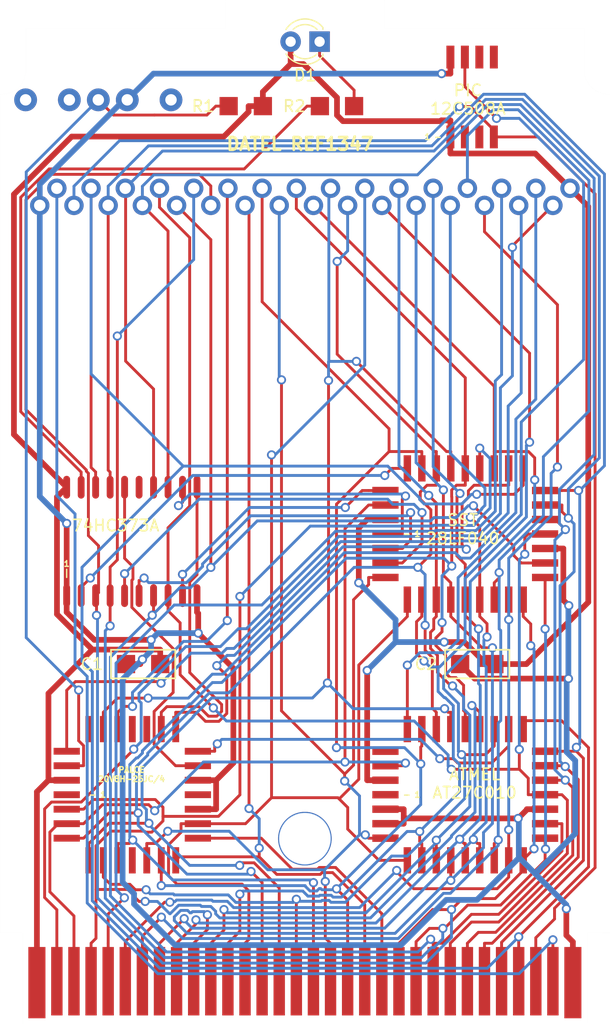
<source format=kicad_pcb>
(kicad_pcb (version 20240108) (generator "pcbnew") (generator_version "8.0")
  (layers (0 "F.Cu" signal) (31 "B.Cu" signal) (34 "B.Paste" user) (35 "F.Paste" user) (36 "B.SilkS" user "B.Silkscreen") (37 "F.SilkS" user "F.Silkscreen") (38 "B.Mask" user) (39 "F.Mask" user) (44 "Edge.Cuts" user))
  (net 0 "")
  (net 3 "/GND")
  (net 4 "/O4")
  (net 5 "/O2")
  (net 6 "/O1")
  (net 7 "/A12")
  (net 8 "/A7")
  (net 9 "/A6")
  (net 10 "/A5")
  (net 11 "/A4")
  (net 12 "/A3")
  (net 13 "/A2")
  (net 14 "/A1")
  (net 15 "/A0")
  (net 16 "/D0")
  (net 17 "/D1")
  (net 18 "/D2")
  (net 19 "/D3")
  (net 20 "/D4")
  (net 21 "/D5")
  (net 22 "/D6")
  (net 23 "/D7")
  (net 24 "/CE_SST")
  (net 25 "/A10")
  (net 26 "/Rd_Sys")
  (net 27 "/A11")
  (net 28 "/A9")
  (net 29 "/A8")
  (net 30 "/A13")
  (net 31 "/O0")
  (net 32 "/O3")
  (net 33 "/Wr_Sys")
  (net 34 "/VCC")
  (net 36 "/CE_Atmel")
  (net 37 "/Atmel_A14")
  (net 39 "Net-(D1-K)")
  (net 40 "/Switch")
  (net 41 "/A14")
  (net 42 "/A15")
  (net 44 "/O6")
  (net 45 "/LE")
  (net 48 "/A15_Game")
  (net 49 "/Wr_Game")
  (net 51 "/Rd_Game")
  (net 52 "/Clk")
  (net 53 "/CS")
  (net 54 "/Reset")
  (net 55 "/Audio")
  (net 62 "/LED")
  (footprint "GBA:ACTUAL GAMEBOY EDGE CONNECTOR" (layer "F.Cu") (at 119.635 139.92)
    (property "Reference" "J1" (hide yes))
    (property "Value" "Cart_Edge_Connector")
  )
  (footprint "Gameboy:Hole" (layer "F.Cu") (at 119.635 127.3)
    (property "Reference" "REF**" (hide yes))
    (property "Value" "Hole")
  )
  (footprint "Gameboy:100nf Capacitor" (layer "F.Cu") (at 122.45 63.1 90)
    (property "Reference" "R2")
    (property "Value" "" (hide yes))
  )
  (footprint "Gameboy:74HC373" (layer "F.Cu") (at 104.46 101.25)
    (property "Reference" "U3" (hide yes))
    (property "Value" "74HC373")
  )
  (footprint "Gameboy:100nf Capacitor" (layer "F.Cu") (at 114.45 63.1 90)
    (property "Reference" "R1")
    (property "Value" "10k Ohm")
  )
  (footprint "Gameboy:SST 28SF040" (layer "F.Cu") (at 133.7 123.45)
    (property "Reference" "U2" (hide yes))
    (property "Value" "ATMEL AT27C010")
  )
  (footprint "Gameboy:Cartridge Slot, GBC" (layer "F.Cu") (at 119.635 71.05)
    (property "Reference" "J2" (hide yes))
    (property "Value" "Game_Edge_Connector")
  )
  (footprint "Gameboy:SST 28SF040" (layer "F.Cu") (at 133.7 100.6)
    (property "Reference" "U1" (hide yes))
    (property "Value" "SST28LF040")
  )
  (footprint "Gameboy:PALCE 20V8H-25JC-4" (layer "F.Cu") (at 104.5 123.45 90)
    (property "Reference" "U4" (hide yes))
    (property "Value" "PALCE_20V8H-25JC/4")
  )
  (footprint "Gameboy:100nf Capacitor" (layer "F.Cu") (at 134.75 112 90)
    (property "Reference" "C2")
    (property "Value" "100 nF")
  )
  (footprint "Gameboy:100nf Capacitor" (layer "F.Cu") (at 105.45 112 90)
    (property "Reference" "C1")
    (property "Value" "100 nF")
  )
  (footprint "LED_THT:LED_D3.0mm" (layer "F.Cu") (at 120.925 57.45 180)
    (property "Reference" "D1")
    (property "Value" "LED")
  )
  (footprint "REF1329:PIC12C508A" (layer "F.Cu") (at 134.3 62.3 -90)
    (property "Reference" "U5" (hide yes))
    (property "Value" "PIC12C508A")
  )
  (footprint "Gameboy:Switch" (layer "F.Cu") (at 101.52 62.55)
    (property "Reference" "J3" (hide yes))
    (property "Value" "SW_DPDT_x2")
  )
  (gr_rect (start 131.932 110.7475) (end 137.568 113.2525) (stroke (width 0.15)) (fill none) (layer "F.SilkS"))
  (gr_rect (start 102.632 110.7475) (end 108.268 113.2525) (stroke (width 0.15)) (fill none) (layer "F.SilkS"))
  (gr_line (start 144.15 59.865) (end 144.15 56.3) (stroke (width 0.002)) (layer "Edge.Cuts"))
  (gr_line (start 94.885 135.55) (end 92.9 135.55) (stroke (width 0.002)) (layer "Edge.Cuts"))
  (gr_line (start 144.385 143.55) (end 94.885 143.55) (stroke (width 0.002)) (layer "Edge.Cuts"))
  (gr_arc (start 146.399999 62.049988) (mid 144.782033 61.465128) (end 144.150001 59.865) (stroke (width 0.002)) (layer "Edge.Cuts"))
  (gr_line (start 144.385 135.55) (end 146.4 135.551) (stroke (width 0.002)) (layer "Edge.Cuts"))
  (gr_line (start 95.15 56.3) (end 95.15 59.865) (stroke (width 0.002)) (layer "Edge.Cuts"))
  (gr_line (start 112.65 53.8) (end 112.65 56.3) (stroke (width 0.002)) (layer "Edge.Cuts"))
  (gr_line (start 126.65 56.3) (end 126.65 53.8) (stroke (width 0.002)) (layer "Edge.Cuts"))
  (gr_line (start 94.885 143.55) (end 94.885 135.55) (stroke (width 0.002)) (layer "Edge.Cuts"))
  (gr_arc (start 95.149811 59.865009) (mid 94.517901 61.465125) (end 92.9 62.049999) (stroke (width 0.002)) (layer "Edge.Cuts"))
  (gr_line (start 92.9 135.55) (end 92.9 62.05) (stroke (width 0.002)) (layer "Edge.Cuts"))
  (gr_line (start 112.65 53.8) (end 126.65 53.8) (stroke (width 0.002)) (layer "Edge.Cuts"))
  (gr_line (start 112.65 56.3) (end 95.15 56.3) (stroke (width 0.002)) (layer "Edge.Cuts"))
  (gr_line (start 146.4 62.05) (end 146.4 135.551) (stroke (width 0.002)) (layer "Edge.Cuts"))
  (gr_line (start 144.15 56.3) (end 126.65 56.3) (stroke (width 0.002)) (layer "Edge.Cuts"))
  (gr_line (start 144.385 143.55) (end 144.385 135.55) (stroke (width 0.002)) (layer "Edge.Cuts"))
  (gr_text "- 1" (at 101.44 123.45 0) (layer "F.SilkS") (effects (font (size 0.5 0.5) (thickness 0.125))))
  (gr_text "PIC\n12C508A" (at 133.931 62.523 0) (layer "F.SilkS") (effects (font (size 1 1))))
  (gr_text "1\n|" (at 98.745 103.61 0) (layer "F.SilkS") (effects (font (size 0.5 0.5) (thickness 0.125))))
  (gr_text "PALCE\n20V8H-25JC/4" (at 104.439 121.67 0) (layer "F.SilkS") (effects (font (size 0.5 0.5) (thickness 0.125))))
  (gr_text "- 1" (at 129 123.45 0) (layer "F.SilkS") (effects (font (size 0.5 0.5) (thickness 0.125))))
  (gr_text "74HC373A" (at 103.03 99.86 0) (layer "F.SilkS") (effects (font (size 1 1))))
  (gr_text "SST\n28LF040" (at 133.478 100.181 0) (layer "F.SilkS") (effects (font (size 1 1))))
  (gr_text "DATEL REF1347" (at 119.213 66.422 0) (layer "F.SilkS") (effects (font (size 1.1 1.1) (thickness 0.25))))
  (gr_text "1 -" (at 130.877 65.8 0) (layer "F.SilkS") (effects (font (size 0.5 0.5) (thickness 0.125))))
  (gr_text "- 1" (at 129 100.6 0) (layer "F.SilkS") (effects (font (size 0.5 0.5) (thickness 0.125))))
  (gr_text "ATMEL\nAT27C010" (at 134.522 122.469 0) (layer "F.SilkS") (effects (font (size 1 1))))
  (segment (start 143.135 139.92) (end 143.135 136.3433) (width 0.5) (layer "F.Cu") (net 3))
  (segment (start 142.5635 135.7718) (end 142.5635 133.4439) (width 0.5) (layer "F.Cu") (net 3))
  (segment (start 110.2825 107.5592) (end 110.175 107.4517) (width 0.5) (layer "F.Cu") (net 3))
  (segment (start 110.25 122.18) (end 111.8517 122.18) (width 0.5) (layer "F.Cu") (net 3))
  (segment (start 142.3017 101.87) (end 142.3017 106.4011) (width 0.5) (layer "F.Cu") (net 3))
  (segment (start 103.95 112) (end 105.2017 112) (width 0.5) (layer "F.Cu") (net 3))
  (segment (start 140.7 124.72) (end 139.0983 124.72) (width 0.5) (layer "F.Cu") (net 3))
  (segment (start 113.3626 120.6691) (end 113.3626 112.3674) (width 0.5) (layer "F.Cu") (net 3))
  (segment (start 105.2017 111.7791) (end 105.3895 111.5913) (width 0.5) (layer "F.Cu") (net 3))
  (segment (start 143.135 136.3433) (end 142.5635 135.7718) (width 0.5) (layer "F.Cu") (net 3))
  (segment (start 128.3017 125.5276) (end 138.3338 125.5276) (width 0.5) (layer "F.Cu") (net 3))
  (segment (start 128.3017 125.99) (end 128.3017 125.5276) (width 0.5) (layer "F.Cu") (net 3))
  (segment (start 113.3626 112.3674) (end 110.2825 109.2873) (width 0.5) (layer "F.Cu") (net 3))
  (segment (start 110.25 124.72) (end 111.8517 124.72) (width 0.5) (layer "F.Cu") (net 3))
  (segment (start 98.745 99.6761) (end 98.745 106) (width 0.5) (layer "F.Cu") (net 3))
  (segment (start 142.3017 106.4011) (end 142.7779 106.8773) (width 0.5) (layer "F.Cu") (net 3))
  (segment (start 111.8517 124.72) (end 111.8517 122.18) (width 0.5) (layer "F.Cu") (net 3))
  (segment (start 126.7 125.99) (end 128.3017 125.99) (width 0.5) (layer "F.Cu") (net 3))
  (segment (start 142.7438 113.2724) (end 134.5224 113.2724) (width 0.5) (layer "F.Cu") (net 3))
  (segment (start 128.3017 125.5276) (end 128.3017 124.72) (width 0.5) (layer "F.Cu") (net 3))
  (segment (start 139.0983 124.72) (end 139.0983 124.7631) (width 0.5) (layer "F.Cu") (net 3))
  (segment (start 134.5224 113.2724) (end 133.25 112) (width 0.5) (layer "F.Cu") (net 3))
  (segment (start 98.7479 99.6732) (end 98.745 99.6761) (width 0.5) (layer "F.Cu") (net 3))
  (segment (start 139.0983 124.7631) (end 138.3338 125.5276) (width 0.5) (layer "F.Cu") (net 3))
  (segment (start 105.2017 112) (end 105.2017 111.7791) (width 0.5) (layer "F.Cu") (net 3))
  (segment (start 98.745 106) (end 98.745 107.4517) (width 0.5) (layer "F.Cu") (net 3))
  (segment (start 132.395 58.8) (end 132.395 60.2517) (width 0.5) (layer "F.Cu") (net 3))
  (segment (start 101.1702 109.8769) (end 106.1493 109.8769) (width 0.5) (layer "F.Cu") (net 3))
  (segment (start 98.745 107.4517) (end 101.1702 109.8769) (width 0.5) (layer "F.Cu") (net 3))
  (segment (start 110.175 106) (end 110.175 107.4517) (width 0.5) (layer "F.Cu") (net 3))
  (segment (start 110.2825 109.2873) (end 110.2825 107.5592) (width 0.5) (layer "F.Cu") (net 3))
  (segment (start 131.6247 60.2517) (end 132.395 60.2517) (width 0.5) (layer "F.Cu") (net 3))
  (segment (start 111.8517 122.18) (end 113.3626 120.6691) (width 0.5) (layer "F.Cu") (net 3))
  (segment (start 140.7 101.87) (end 142.3017 101.87) (width 0.5) (layer "F.Cu") (net 3))
  (segment (start 126.7 124.72) (end 128.3017 124.72) (width 0.5) (layer "F.Cu") (net 3))
  (via (at 98.7479 99.6732) (size 0.8) (drill 0.5) (layers "F.Cu" "B.Cu") (net 3))
  (via (at 105.3895 111.5913) (size 0.8) (drill 0.5) (layers "F.Cu" "B.Cu") (net 3))
  (via (at 106.1493 109.8769) (size 0.8) (drill 0.5) (layers "F.Cu" "B.Cu") (net 3))
  (via (at 142.7438 113.2724) (size 0.8) (drill 0.5) (layers "F.Cu" "B.Cu") (net 3))
  (via (at 110.2825 109.2873) (size 0.8) (drill 0.5) (layers "F.Cu" "B.Cu") (net 3))
  (via (at 138.3338 125.5276) (size 0.8) (drill 0.5) (layers "F.Cu" "B.Cu") (net 3))
  (via (at 142.7779 106.8773) (size 0.8) (drill 0.5) (layers "F.Cu" "B.Cu") (net 3))
  (via (at 142.5635 133.4439) (size 0.8) (drill 0.5) (layers "F.Cu" "B.Cu") (net 3))
  (via (at 131.6247 60.2517) (size 0.8) (drill 0.5) (layers "F.Cu" "B.Cu") (net 3))
  (segment (start 105.3895 111.5913) (end 103.6498 113.331) (width 0.5) (layer "B.Cu") (net 3))
  (segment (start 138.3942 128.9943) (end 138.4546 128.9943) (width 0.5) (layer "B.Cu") (net 3))
  (segment (start 103.6498 131.122) (end 104.6557 132.1279) (width 0.5) (layer "B.Cu") (net 3))
  (segment (start 104.06 62.55) (end 103.7881 62.55) (width 0.5) (layer "B.Cu") (net 3))
  (segment (start 108.2524 136.629) (end 128.0634 136.629) (width 0.5) (layer "B.Cu") (net 3))
  (segment (start 138.3942 125.588) (end 138.3338 125.5276) (width 0.5) (layer "B.Cu") (net 3))
  (segment (start 106.1493 109.8769) (end 106.1493 110.8315) (width 0.5) (layer "B.Cu") (net 3))
  (segment (start 132.0256 132.6668) (end 134.7217 132.6668) (width 0.5) (layer "B.Cu") (net 3))
  (segment (start 128.0634 136.629) (end 132.0256 132.6668) (width 0.5) (layer "B.Cu") (net 3))
  (segment (start 139.8283 130.368) (end 142.5635 133.1032) (width 0.5) (layer "B.Cu") (net 3))
  (segment (start 104.6557 133.0323) (end 108.2524 136.629) (width 0.5) (layer "B.Cu") (net 3))
  (segment (start 96.385 71.8) (end 96.385 97.3103) (width 0.5) (layer "B.Cu") (net 3))
  (segment (start 142.5923 113.4239) (end 142.7438 113.2724) (width 0.5) (layer "B.Cu") (net 3))
  (segment (start 138.4546 128.9943) (end 139.8283 130.368) (width 0.5) (layer "B.Cu") (net 3))
  (segment (start 104.6557 132.1279) (end 104.6557 133.0323) (width 0.5) (layer "B.Cu") (net 3))
  (segment (start 106.7389 109.2873) (end 106.1493 109.8769) (width 0.5) (layer "B.Cu") (net 3))
  (segment (start 96.385 69.9531) (end 96.385 71.8) (width 0.5) (layer "B.Cu") (net 3))
  (segment (start 96.385 97.3103) (end 98.7479 99.6732) (width 0.5) (layer "B.Cu") (net 3))
  (segment (start 142.7438 113.2724) (end 142.7438 106.9114) (width 0.5) (layer "B.Cu") (net 3))
  (segment (start 139.8283 130.368) (end 143.3416 126.8547) (width 0.5) (layer "B.Cu") (net 3))
  (segment (start 104.06 62.55) (end 106.3583 60.2517) (width 0.5) (layer "B.Cu") (net 3))
  (segment (start 134.7217 132.6668) (end 138.3942 128.9943) (width 0.5) (layer "B.Cu") (net 3))
  (segment (start 142.5635 133.1032) (end 142.5635 133.4439) (width 0.5) (layer "B.Cu") (net 3))
  (segment (start 103.7881 62.55) (end 96.385 69.9531) (width 0.5) (layer "B.Cu") (net 3))
  (segment (start 103.6498 113.331) (end 103.6498 131.122) (width 0.5) (layer "B.Cu") (net 3))
  (segment (start 138.3942 128.9943) (end 138.3942 125.588) (width 0.5) (layer "B.Cu") (net 3))
  (segment (start 106.3583 60.2517) (end 131.6247 60.2517) (width 0.5) (layer "B.Cu") (net 3))
  (segment (start 143.3416 126.8547) (end 143.3416 120.4628) (width 0.5) (layer "B.Cu") (net 3))
  (segment (start 106.1493 110.8315) (end 105.3895 111.5913) (width 0.5) (layer "B.Cu") (net 3))
  (segment (start 110.2825 109.2873) (end 106.7389 109.2873) (width 0.5) (layer "B.Cu") (net 3))
  (segment (start 142.5923 119.7135) (end 142.5923 113.4239) (width 0.5) (layer "B.Cu") (net 3))
  (segment (start 143.3416 120.4628) (end 142.5923 119.7135) (width 0.5) (layer "B.Cu") (net 3))
  (segment (start 142.7438 106.9114) (end 142.7779 106.8773) (width 0.5) (layer "B.Cu") (net 3))
  (segment (start 108.8363 97.8267) (end 108.5512 98.1118) (width 0.25) (layer "F.Cu") (net 4))
  (segment (start 128.1767 97.5529) (end 128.4563 97.2733) (width 0.25) (layer "F.Cu") (net 4))
  (segment (start 108.905 96.5) (end 108.905 97.8267) (width 0.25) (layer "F.Cu") (net 4))
  (segment (start 126.7 100.6) (end 128.1767 100.6) (width 0.25) (layer "F.Cu") (net 4))
  (segment (start 128.1767 100.6) (end 128.1767 97.5529) (width 0.25) (layer "F.Cu") (net 4))
  (segment (start 108.905 97.8267) (end 108.8363 97.8267) (width 0.25) (layer "F.Cu") (net 4))
  (via (at 128.4563 97.2733) (size 0.8) (drill 0.5) (layers "F.Cu" "B.Cu") (net 4))
  (via (at 108.5512 98.1118) (size 0.8) (drill 0.5) (layers "F.Cu" "B.Cu") (net 4))
  (segment (start 109.5663 97.0967) (end 128.2797 97.0967) (width 0.25) (layer "B.Cu") (net 4))
  (segment (start 108.5512 98.1118) (end 109.5663 97.0967) (width 0.25) (layer "B.Cu") (net 4))
  (segment (start 128.2797 97.0967) (end 128.4563 97.2733) (width 0.25) (layer "B.Cu") (net 4))
  (segment (start 126.7 101.87) (end 128.1767 101.87) (width 0.25) (layer "F.Cu") (net 5))
  (segment (start 105.095 106) (end 105.095 104.6733) (width 0.25) (layer "F.Cu") (net 5))
  (segment (start 105.3204 104.6733) (end 105.5348 104.4589) (width 0.25) (layer "F.Cu") (net 5))
  (segment (start 105.095 104.6733) (end 105.3204 104.6733) (width 0.25) (layer "F.Cu") (net 5))
  (segment (start 128.9043 101.1424) (end 128.9043 98.7268) (width 0.25) (layer "F.Cu") (net 5))
  (segment (start 128.1767 101.87) (end 128.9043 101.1424) (width 0.25) (layer "F.Cu") (net 5))
  (via (at 128.9043 98.7268) (size 0.8) (drill 0.5) (layers "F.Cu" "B.Cu") (net 5))
  (via (at 105.5348 104.4589) (size 0.8) (drill 0.5) (layers "F.Cu" "B.Cu") (net 5))
  (segment (start 128.9043 98.7268) (end 128.6292 99.0019) (width 0.25) (layer "B.Cu") (net 5))
  (segment (start 110.6615 103.2238) (end 110.6615 103.4523) (width 0.25) (layer "B.Cu") (net 5))
  (segment (start 109.2512 104.8626) (end 105.9385 104.8626) (width 0.25) (layer "B.Cu") (net 5))
  (segment (start 114.8834 99.0019) (end 110.6615 103.2238) (width 0.25) (layer "B.Cu") (net 5))
  (segment (start 128.6292 99.0019) (end 114.8834 99.0019) (width 0.25) (layer "B.Cu") (net 5))
  (segment (start 110.6615 103.4523) (end 109.2512 104.8626) (width 0.25) (layer "B.Cu") (net 5))
  (segment (start 105.9385 104.8626) (end 105.5348 104.4589) (width 0.25) (layer "B.Cu") (net 5))
  (segment (start 126.7 103.14) (end 128.1767 103.14) (width 0.25) (layer "F.Cu") (net 6))
  (segment (start 128.1767 103.14) (end 129.906 101.4107) (width 0.25) (layer "F.Cu") (net 6))
  (segment (start 129.906 101.4107) (end 129.906 98.7268) (width 0.25) (layer "F.Cu") (net 6))
  (segment (start 103.825 104.0829) (end 103.825 106) (width 0.25) (layer "F.Cu") (net 6))
  (via (at 103.825 104.0829) (size 0.8) (drill 0.5) (layers "F.Cu" "B.Cu") (net 6))
  (via (at 129.906 98.7268) (size 0.8) (drill 0.5) (layers "F.Cu" "B.Cu") (net 6))
  (segment (start 129.2053 98.0001) (end 127.3449 98.0001) (width 0.25) (layer "B.Cu") (net 6))
  (segment (start 110.3595 97.5484) (end 103.825 104.0829) (width 0.25) (layer "B.Cu") (net 6))
  (segment (start 127.3449 98.0001) (end 126.8932 97.5484) (width 0.25) (layer "B.Cu") (net 6))
  (segment (start 129.906 98.7268) (end 129.906 98.7008) (width 0.25) (layer "B.Cu") (net 6))
  (segment (start 129.906 98.7008) (end 129.2053 98.0001) (width 0.25) (layer "B.Cu") (net 6))
  (segment (start 126.8932 97.5484) (end 110.3595 97.5484) (width 0.25) (layer "B.Cu") (net 6))
  (segment (start 123.1234 121.639) (end 123.9039 120.8585) (width 0.25) (layer "F.Cu") (net 7))
  (segment (start 123.9039 120.8585) (end 123.9039 106.3587) (width 0.25) (layer "F.Cu") (net 7))
  (segment (start 125.2233 105.0393) (end 125.2233 104.41) (width 0.25) (layer "F.Cu") (net 7))
  (segment (start 121.422 131.0531) (end 121.422 136.0053) (width 0.25) (layer "F.Cu") (net 7))
  (segment (start 105.77 129.2) (end 105.77 127.7233) (width 0.25) (layer "F.Cu") (net 7))
  (segment (start 126.7 127.26) (end 125.2233 127.26) (width 0.25) (layer "F.Cu") (net 7))
  (segment (start 121.422 136.0053) (end 121.885 136.4683) (width 0.25) (layer "F.Cu") (net 7))
  (segment (start 106.5382 127.7233) (end 107.6111 126.6504) (width 0.25) (layer "F.Cu") (net 7))
  (segment (start 123.1234 122.2512) (end 123.1234 121.639) (width 0.25) (layer "F.Cu") (net 7))
  (segment (start 117.5832 116.0988) (end 117.5832 87.0914) (width 0.25) (layer "F.Cu") (net 7))
  (segment (start 126.7 104.41) (end 125.2233 104.41) (width 0.25) (layer "F.Cu") (net 7))
  (segment (start 123.9039 106.3587) (end 125.2233 105.0393) (width 0.25) (layer "F.Cu") (net 7))
  (segment (start 105.77 127.7233) (end 106.5382 127.7233) (width 0.25) (layer "F.Cu") (net 7))
  (segment (start 123.1234 121.639) (end 117.5832 116.0988) (width 0.25) (layer "F.Cu") (net 7))
  (segment (start 125.2233 127.26) (end 124.9302 126.9669) (width 0.25) (layer "F.Cu") (net 7))
  (segment (start 121.885 139.795) (end 121.885 136.4683) (width 0.25) (layer "F.Cu") (net 7))
  (via (at 124.9302 126.9669) (size 0.8) (drill 0.5) (layers "F.Cu" "B.Cu") (net 7))
  (via (at 121.422 131.0531) (size 0.8) (drill 0.5) (layers "F.Cu" "B.Cu") (net 7))
  (via (at 117.5832 87.0914) (size 0.8) (drill 0.5) (layers "F.Cu" "B.Cu") (net 7))
  (via (at 107.6111 126.6504) (size 0.8) (drill 0.5) (layers "F.Cu" "B.Cu") (net 7))
  (via (at 123.1234 122.2512) (size 0.8) (drill 0.5) (layers "F.Cu" "B.Cu") (net 7))
  (segment (start 121.3631 130.9942) (end 121.422 131.0531) (width 0.25) (layer "B.Cu") (net 7))
  (segment (start 124.425 126.9669) (end 124.9302 126.9669) (width 0.25) (layer "B.Cu") (net 7))
  (segment (start 117.5832 87.0914) (end 117.385 86.8932) (width 0.25) (layer "B.Cu") (net 7))
  (segment (start 116.377 130.0288) (end 121.3631 130.0288) (width 0.25) (layer "B.Cu") (net 7))
  (segment (start 117.385 86.8932) (end 117.385 71.8) (width 0.25) (layer "B.Cu") (net 7))
  (segment (start 107.6111 126.6504) (end 112.9986 126.6504) (width 0.25) (layer "B.Cu") (net 7))
  (segment (start 121.3631 130.0288) (end 124.425 126.9669) (width 0.25) (layer "B.Cu") (net 7))
  (segment (start 124.425 126.9669) (end 124.425 123.5528) (width 0.25) (layer "B.Cu") (net 7))
  (segment (start 121.3631 130.0288) (end 121.3631 130.9942) (width 0.25) (layer "B.Cu") (net 7))
  (segment (start 112.9986 126.6504) (end 116.377 130.0288) (width 0.25) (layer "B.Cu") (net 7))
  (segment (start 124.425 123.5528) (end 123.1234 122.2512) (width 0.25) (layer "B.Cu") (net 7))
  (segment (start 107.6788 130.5513) (end 108.4095 131.282) (width 0.25) (layer "F.Cu") (net 8))
  (segment (start 123.3918 124.5678) (end 123.3918 126.4663) (width 0.25) (layer "F.Cu") (net 8))
  (segment (start 126.1255 129.2) (end 128.62 129.2) (width 0.25) (layer "F.Cu") (net 8))
  (segment (start 122.6418 123.8177) (end 123.3918 124.5678) (width 0.25) (layer "F.Cu") (net 8))
  (segment (start 123.3918 126.4663) (end 126.1255 129.2) (width 0.25) (layer "F.Cu") (net 8))
  (segment (start 110.25 125.99) (end 114.4319 125.99) (width 0.25) (layer "F.Cu") (net 8))
  (segment (start 108.7733 125.99) (end 108.7733 126.7442) (width 0.25) (layer "F.Cu") (net 8))
  (segment (start 114.7224 136.1309) (end 114.385 136.4683) (width 0.25) (layer "F.Cu") (net 8))
  (segment (start 124.3636 122.0959) (end 124.3636 112.0831) (width 0.25) (layer "F.Cu") (net 8))
  (segment (start 108.4095 131.282) (end 114.1208 131.282) (width 0.25) (layer "F.Cu") (net 8))
  (segment (start 128.62 106.35) (end 128.62 107.8267) (width 0.25) (layer "F.Cu") (net 8))
  (segment (start 122.6418 123.8177) (end 124.3636 122.0959) (width 0.25) (layer "F.Cu") (net 8))
  (segment (start 110.25 125.99) (end 108.7733 125.99) (width 0.25) (layer "F.Cu") (net 8))
  (segment (start 122.5346 123.7106) (end 122.6418 123.8177) (width 0.25) (layer "F.Cu") (net 8))
  (segment (start 124.3636 112.0831) (end 128.62 107.8267) (width 0.25) (layer "F.Cu") (net 8))
  (segment (start 114.385 139.795) (end 114.385 136.4683) (width 0.25) (layer "F.Cu") (net 8))
  (segment (start 116.7113 123.7106) (end 122.5346 123.7106) (width 0.25) (layer "F.Cu") (net 8))
  (segment (start 116.7113 123.7106) (end 116.7113 93.666) (width 0.25) (layer "F.Cu") (net 8))
  (segment (start 114.7224 131.8836) (end 114.7224 136.1309) (width 0.25) (layer "F.Cu") (net 8))
  (segment (start 108.7733 126.7442) (end 107.6788 127.8387) (width 0.25) (layer "F.Cu") (net 8))
  (segment (start 107.6788 127.8387) (end 107.6788 130.5513) (width 0.25) (layer "F.Cu") (net 8))
  (segment (start 114.4319 125.99) (end 116.7113 123.7106) (width 0.25) (layer "F.Cu") (net 8))
  (segment (start 114.1208 131.282) (end 114.7224 131.8836) (width 0.25) (layer "F.Cu") (net 8))
  (via (at 116.7113 93.666) (size 0.8) (drill 0.5) (layers "F.Cu" "B.Cu") (net 8))
  (segment (start 116.7113 93.666) (end 117.0257 93.666) (width 0.25) (layer "B.Cu") (net 8))
  (segment (start 124.885 85.8067) (end 124.885 70.3) (width 0.25) (layer "B.Cu") (net 8))
  (segment (start 117.0257 93.666) (end 124.885 85.8067) (width 0.25) (layer "B.Cu") (net 8))
  (segment (start 129.89 106.35) (end 129.89 107.8267) (width 0.25) (layer "F.Cu") (net 9))
  (segment (start 126.385 71.8) (end 139.3382 84.7532) (width 0.25) (layer "F.Cu") (net 9))
  (segment (start 112.885 136.4683) (end 113.9333 135.42) (width 0.25) (layer "F.Cu") (net 9))
  (segment (start 129.4251 111.0719) (end 130.0835 111.7303) (width 0.25) (layer "F.Cu") (net 9))
  (segment (start 113.9333 135.42) (end 113.9333 132.1636) (width 0.25) (layer "F.Cu") (net 9))
  (segment (start 139.3382 84.7532) (end 139.3382 92.5532) (width 0.25) (layer "F.Cu") (net 9))
  (segment (start 129.89 129.2) (end 129.89 127.7233) (width 0.25) (layer "F.Cu") (net 9))
  (segment (start 112.885 139.795) (end 112.885 136.4683) (width 0.25) (layer "F.Cu") (net 9))
  (segment (start 129.4251 108.2916) (end 129.4251 111.0719) (width 0.25) (layer "F.Cu") (net 9))
  (segment (start 129.89 107.8267) (end 129.4251 108.2916) (width 0.25) (layer "F.Cu") (net 9))
  (segment (start 129.89 127.7233) (end 129.7031 127.5364) (width 0.25) (layer "F.Cu") (net 9))
  (segment (start 129.7031 127.5364) (end 129.7031 126.673) (width 0.25) (layer "F.Cu") (net 9))
  (via (at 139.3382 92.5532) (size 0.8) (drill 0.5) (layers "F.Cu" "B.Cu") (net 9))
  (via (at 113.9333 132.1636) (size 0.8) (drill 0.5) (layers "F.Cu" "B.Cu") (net 9))
  (via (at 130.0835 111.7303) (size 0.8) (drill 0.5) (layers "F.Cu" "B.Cu") (net 9))
  (via (at 129.7031 126.673) (size 0.8) (drill 0.5) (layers "F.Cu" "B.Cu") (net 9))
  (segment (start 131.8553 114.9391) (end 131.9412 114.9391) (width 0.25) (layer "B.Cu") (net 9))
  (segment (start 139.0616 99.1099) (end 139.0616 92.8298) (width 0.25) (layer "B.Cu") (net 9))
  (segment (start 119.8954 132.3371) (end 120.8731 132.3371) (width 0.25) (layer "B.Cu") (net 9))
  (segment (start 139.0616 92.8298) (end 139.3382 92.5532) (width 0.25) (layer "B.Cu") (net 9))
  (segment (start 131.3177 112.251) (end 131.4512 112.251) (width 0.25) (layer "B.Cu") (net 9))
  (segment (start 121.9428 132.2596) (end 122.1093 132.4261) (width 0.25) (layer "B.Cu") (net 9))
  (segment (start 132.6483 115.6456) (end 132.6483 120.2383) (width 0.25) (layer "B.Cu") (net 9))
  (segment (start 119.1871 131.8897) (end 119.448 131.8897) (width 0.25) (layer "B.Cu") (net 9))
  (segment (start 133.6819 110.0203) (end 133.6819 104.4896) (width 0.25) (layer "B.Cu") (net 9))
  (segment (start 131.4512 112.251) (end 133.6819 110.0203) (width 0.25) (layer "B.Cu") (net 9))
  (segment (start 122.1093 132.4261) (end 122.8422 132.4261) (width 0.25) (layer "B.Cu") (net 9))
  (segment (start 122.8422 132.4261) (end 128.5953 126.673) (width 0.25) (layer "B.Cu") (net 9))
  (segment (start 132.222 115.2199) (end 132.2226 115.2199) (width 0.25) (layer "B.Cu") (net 9))
  (segment (start 132.6483 120.2383) (end 133.1983 120.7883) (width 0.25) (layer "B.Cu") (net 9))
  (segment (start 131.3177 112.251) (end 131.3177 114.4015) (width 0.25) (layer "B.Cu") (net 9))
  (segment (start 131.3177 114.4015) (end 131.8553 114.9391) (width 0.25) (layer "B.Cu") (net 9))
  (segment (start 133.1983 120.7883) (end 133.1983 123.1778) (width 0.25) (layer "B.Cu") (net 9))
  (segment (start 131.9412 114.9391) (end 132.222 115.2199) (width 0.25) (layer "B.Cu") (net 9))
  (segment (start 133.6819 104.4896) (end 139.0616 99.1099) (width 0.25) (layer "B.Cu") (net 9))
  (segment (start 132.2226 115.2199) (end 132.6483 115.6456) (width 0.25) (layer "B.Cu") (net 9))
  (segment (start 133.1983 123.1778) (end 129.7031 126.673) (width 0.25) (layer "B.Cu") (net 9))
  (segment (start 131.3177 112.251) (end 130.6042 112.251) (width 0.25) (layer "B.Cu") (net 9))
  (segment (start 119.448 131.8897) (end 119.8954 132.3371) (width 0.25) (layer "B.Cu") (net 9))
  (segment (start 128.5953 126.673) (end 129.7031 126.673) (width 0.25) (layer "B.Cu") (net 9))
  (segment (start 120.9506 132.2596) (end 121.9428 132.2596) (width 0.25) (layer "B.Cu") (net 9))
  (segment (start 119.186 131.8886) (end 119.1871 131.8897) (width 0.25) (layer "B.Cu") (net 9))
  (segment (start 130.6042 112.251) (end 130.0835 111.7303) (width 0.25) (layer "B.Cu") (net 9))
  (segment (start 120.8731 132.3371) (end 120.9506 132.2596) (width 0.25) (layer "B.Cu") (net 9))
  (segment (start 113.9333 132.1636) (end 114.2083 131.8886) (width 0.25) (layer "B.Cu") (net 9))
  (segment (start 114.2083 131.8886) (end 119.186 131.8886) (width 0.25) (layer "B.Cu") (net 9))
  (segment (start 131.16 106.35) (end 131.16 104.8733) (width 0.25) (layer "F.Cu") (net 10))
  (segment (start 131.2619 111.2406) (end 130.654 110.6327) (width 0.25) (layer "F.Cu") (net 10))
  (segment (start 131.16 107.0883) (end 131.16 107.8267) (width 0.25) (layer "F.Cu") (net 10))
  (segment (start 131.16 97.8825) (end 130.4928 97.2153) (width 0.25) (layer "F.Cu") (net 10))
  (segment (start 112.5389 135.3144) (end 112.5389 133.5187) (width 0.25) (layer "F.Cu") (net 10))
  (segment (start 131.2619 112.7296) (end 131.2619 111.2406) (width 0.25) (layer "F.Cu") (net 10))
  (segment (start 130.654 109.2098) (end 130.9362 108.9276) (width 0.25) (layer "F.Cu") (net 10))
  (segment (start 111.385 136.4683) (end 112.5389 135.3144) (width 0.25) (layer "F.Cu") (net 10))
  (segment (start 131.16 107.0883) (end 131.16 106.35) (width 0.25) (layer "F.Cu") (net 10))
  (segment (start 111.385 139.795) (end 111.385 136.4683) (width 0.25) (layer "F.Cu") (net 10))
  (segment (start 130.654 110.6327) (end 130.654 109.2098) (width 0.25) (layer "F.Cu") (net 10))
  (segment (start 130.9362 108.0505) (end 131.16 107.8267) (width 0.25) (layer "F.Cu") (net 10))
  (segment (start 132.5836 113.9148) (end 132.4471 113.9148) (width 0.25) (layer "F.Cu") (net 10))
  (segment (start 131.16 129.2) (end 131.16 127.434) (width 0.25) (layer "F.Cu") (net 10))
  (segment (start 132.4471 113.9148) (end 131.2619 112.7296) (width 0.25) (layer "F.Cu") (net 10))
  (segment (start 130.9362 108.9276) (end 130.9362 108.0505) (width 0.25) (layer "F.Cu") (net 10))
  (segment (start 131.16 104.8733) (end 131.16 97.8825) (width 0.25) (layer "F.Cu") (net 10))
  (via (at 112.5389 133.5187) (size 0.8) (drill 0.5) (layers "F.Cu" "B.Cu") (net 10))
  (via (at 131.16 127.434) (size 0.8) (drill 0.5) (layers "F.Cu" "B.Cu") (net 10))
  (via (at 132.5836 113.9148) (size 0.8) (drill 0.5) (layers "F.Cu" "B.Cu") (net 10))
  (via (at 130.4928 97.2153) (size 0.8) (drill 0.5) (layers "F.Cu" "B.Cu") (net 10))
  (segment (start 133.5517 114.8829) (end 133.5517 115.9356) (width 0.25) (layer "B.Cu") (net 10))
  (segment (start 133.5517 115.9356) (end 134.1018 116.4857) (width 0.25) (layer "B.Cu") (net 10))
  (segment (start 134.1018 124.4922) (end 131.16 127.434) (width 0.25) (layer "B.Cu") (net 10))
  (segment (start 112.814 133.7938) (end 112.5389 133.5187) (width 0.25) (layer "B.Cu") (net 10))
  (segment (start 127.885 94.6075) (end 130.4928 97.2153) (width 0.25) (layer "B.Cu") (net 10))
  (segment (start 127.885 70.3) (end 127.885 94.6075) (width 0.25) (layer "B.Cu") (net 10))
  (segment (start 132.5836 113.9148) (end 133.5517 114.8829) (width 0.25) (layer "B.Cu") (net 10))
  (segment (start 125.0093 133.7938) (end 112.814 133.7938) (width 0.25) (layer "B.Cu") (net 10))
  (segment (start 131.16 127.6431) (end 125.0093 133.7938) (width 0.25) (layer "B.Cu") (net 10))
  (segment (start 131.16 127.434) (end 131.16 127.6431) (width 0.25) (layer "B.Cu") (net 10))
  (segment (start 134.1018 116.4857) (end 134.1018 124.4922) (width 0.25) (layer "B.Cu") (net 10))
  (segment (start 132.43 106.35) (end 132.43 104.8733) (width 0.25) (layer "F.Cu") (net 11))
  (segment (start 132.43 104.8733) (end 131.7808 104.2241) (width 0.25) (layer "F.Cu") (net 11))
  (segment (start 132.43 106.35) (end 132.43 107.8267) (width 0.25) (layer "F.Cu") (net 11))
  (segment (start 131.7808 104.2241) (end 131.7808 96.7404) (width 0.25) (layer "F.Cu") (net 11))
  (segment (start 132.43 130.6767) (end 132.43 130.9611) (width 0.25) (layer "F.Cu") (net 11))
  (segment (start 109.885 136.4683) (end 111.0854 135.2679) (width 0.25) (layer "F.Cu") (net 11))
  (segment (start 109.885 139.795) (end 109.885 136.4683) (width 0.25) (layer "F.Cu") (net 11))
  (segment (start 132.43 107.8267) (end 135.1784 110.5751) (width 0.25) (layer "F.Cu") (net 11))
  (segment (start 111.0854 135.2679) (end 111.0854 133.9704) (width 0.25) (layer "F.Cu") (net 11))
  (segment (start 135.1784 110.5751) (end 136.0816 110.5751) (width 0.25) (layer "F.Cu") (net 11))
  (segment (start 132.43 129.2) (end 132.43 130.6767) (width 0.25) (layer "F.Cu") (net 11))
  (via (at 111.0854 133.9704) (size 0.8) (drill 0.5) (layers "F.Cu" "B.Cu") (net 11))
  (via (at 136.0816 110.5751) (size 0.8) (drill 0.5) (layers "F.Cu" "B.Cu") (net 11))
  (via (at 131.7808 96.7404) (size 0.8) (drill 0.5) (layers "F.Cu" "B.Cu") (net 11))
  (via (at 132.43 130.9611) (size 0.8) (drill 0.5) (layers "F.Cu" "B.Cu") (net 11))
  (segment (start 135.2993 126.7602) (end 135.2993 128.0918) (width 0.25) (layer "B.Cu") (net 11))
  (segment (start 136.0816 110.5751) (end 136.0816 125.9779) (width 0.25) (layer "B.Cu") (net 11))
  (segment (start 132.43 130.9611) (end 132.185 130.9611) (width 0.25) (layer "B.Cu") (net 11))
  (segment (start 110.8104 133.6954) (end 111.0854 133.9704) (width 0.25) (layer "B.Cu") (net 11))
  (segment (start 109.7827 133.6954) (end 110.8104 133.6954) (width 0.25) (layer "B.Cu") (net 11))
  (segment (start 127.5455 135.6006) (end 109.3091 135.6006) (width 0.25) (layer "B.Cu") (net 11))
  (segment (start 129.385 94.3446) (end 131.7808 96.7404) (width 0.25) (layer "B.Cu") (net 11))
  (segment (start 109.5702 133.806) (end 109.6721 133.806) (width 0.25) (layer "B.Cu") (net 11))
  (segment (start 135.2993 128.0918) (end 132.43 130.9611) (width 0.25) (layer "B.Cu") (net 11))
  (segment (start 108.1839 134.1526) (end 108.7494 133.5871) (width 0.25) (layer "B.Cu") (net 11))
  (segment (start 109.3091 135.6006) (end 108.1839 134.4754) (width 0.25) (layer "B.Cu") (net 11))
  (segment (start 109.6721 133.806) (end 109.7827 133.6954) (width 0.25) (layer "B.Cu") (net 11))
  (segment (start 109.3513 133.5871) (end 109.5702 133.806) (width 0.25) (layer "B.Cu") (net 11))
  (segment (start 108.7494 133.5871) (end 109.3513 133.5871) (width 0.25) (layer "B.Cu") (net 11))
  (segment (start 129.385 71.8) (end 129.385 94.3446) (width 0.25) (layer "B.Cu") (net 11))
  (segment (start 108.1839 134.4754) (end 108.1839 134.1526) (width 0.25) (layer "B.Cu") (net 11))
  (segment (start 136.0816 125.9779) (end 135.2993 126.7602) (width 0.25) (layer "B.Cu") (net 11))
  (segment (start 132.185 130.9611) (end 127.5455 135.6006) (width 0.25) (layer "B.Cu") (net 11))
  (segment (start 133.7704 107.8267) (end 134.8604 108.9167) (width 0.25) (layer "F.Cu") (net 12))
  (segment (start 132.9687 98.6337) (end 132.9654 98.637) (width 0.25) (layer "F.Cu") (net 12))
  (segment (start 110.0836 134.7697) (end 110.0836 134.4221) (width 0.25) (layer "F.Cu") (net 12))
  (segment (start 133.2343 97.0462) (end 132.973 97.3075) (width 0.25) (layer "F.Cu") (net 12))
  (segment (start 133.588 127.7233) (end 133.7 127.7233) (width 0.25) (layer "F.Cu") (net 12))
  (segment (start 133.7 105.725) (end 133.7 106.35) (width 0.25) (layer "F.Cu") (net 12))
  (segment (start 132.973 98.6086) (end 132.9687 98.6129) (width 0.25) (layer "F.Cu") (net 12))
  (segment (start 133.7 129.2) (end 133.7 127.7233) (width 0.25) (layer "F.Cu") (net 12))
  (segment (start 108.385 139.795) (end 108.385 136.4683) (width 0.25) (layer "F.Cu") (net 12))
  (segment (start 132.9687 98.6129) (end 132.9687 98.6337) (width 0.25) (layer "F.Cu") (net 12))
  (segment (start 133.7 106.35) (end 133.7 107.8267) (width 0.25) (layer "F.Cu") (net 12))
  (segment (start 132.9654 102.5199) (end 133.7 103.2545) (width 0.25) (layer "F.Cu") (net 12))
  (segment (start 108.385 136.4683) (end 110.0836 134.7697) (width 0.25) (layer "F.Cu") (net 12))
  (segment (start 133.7 103.2545) (end 133.7 104.8733) (width 0.25) (layer "F.Cu") (net 12))
  (segment (start 133.2138 127.3491) (end 133.588 127.7233) (width 0.25) (layer "F.Cu") (net 12))
  (segment (start 132.9654 98.637) (end 132.9654 102.5199) (width 0.25) (layer "F.Cu") (net 12))
  (segment (start 132.973 97.3075) (end 132.973 98.6086) (width 0.25) (layer "F.Cu") (net 12))
  (segment (start 133.7 107.8267) (end 133.7704 107.8267) (width 0.25) (layer "F.Cu") (net 12))
  (segment (start 133.7 105.725) (end 133.7 104.8733) (width 0.25) (layer "F.Cu") (net 12))
  (via (at 110.0836 134.4221) (size 0.8) (drill 0.5) (layers "F.Cu" "B.Cu") (net 12))
  (via (at 133.2138 127.3491) (size 0.8) (drill 0.5) (layers "F.Cu" "B.Cu") (net 12))
  (via (at 133.2343 97.0462) (size 0.8) (drill 0.5) (layers "F.Cu" "B.Cu") (net 12))
  (via (at 134.8604 108.9167) (size 0.8) (drill 0.5) (layers "F.Cu" "B.Cu") (net 12))
  (segment (start 130.885 94.6969) (end 133.2343 97.0462) (width 0.25) (layer "B.Cu") (net 12))
  (segment (start 134.8604 108.9167) (end 134.8604 113.7102) (width 0.25) (layer "B.Cu") (net 12))
  (segment (start 134.8604 113.7102) (end 135.0114 113.8612) (width 0.25) (layer "B.Cu") (net 12))
  (segment (start 133.2138 127.3491) (end 125.8657 134.6972) (width 0.25) (layer "B.Cu") (net 12))
  (segment (start 135.0114 125.5515) (end 133.2138 127.3491) (width 0.25) (layer "B.Cu") (net 12))
  (segment (start 110.3587 134.6972) (end 110.0836 134.4221) (width 0.25) (layer "B.Cu") (net 12))
  (segment (start 125.8657 134.6972) (end 110.3587 134.6972) (width 0.25) (layer "B.Cu") (net 12))
  (segment (start 135.0114 113.8612) (end 135.0114 125.5515) (width 0.25) (layer "B.Cu") (net 12))
  (segment (start 130.885 70.3) (end 130.885 94.6969) (width 0.25) (layer "B.Cu") (net 12))
  (segment (start 134.97 104.8733) (end 134.97 99.9512) (width 0.25) (layer "F.Cu") (net 13))
  (segment (start 134.97 106.35) (end 134.97 107.8267) (width 0.25) (layer "F.Cu") (net 13))
  (segment (start 134.97 99.9512) (end 134.1438 99.125) (width 0.25) (layer "F.Cu") (net 13))
  (segment (start 134.97 105.6116) (end 134.97 106.35) (width 0.25) (layer "F.Cu") (net 13))
  (segment (start 106.885 136.4683) (end 106.8958 136.4683) (width 0.25) (layer "F.Cu") (net 13))
  (segment (start 135.609 108.4657) (end 135.609 109.6216) (width 0.25) (layer "F.Cu") (net 13))
  (segment (start 134.7645 127.7233) (end 134.97 127.7233) (width 0.25) (layer "F.Cu") (net 13))
  (segment (start 134.97 107.8267) (end 135.609 108.4657) (width 0.25) (layer "F.Cu") (net 13))
  (segment (start 106.8958 136.4683) (end 109.0503 134.3138) (width 0.25) (layer "F.Cu") (net 13))
  (segment (start 134.4094 127.3682) (end 134.7645 127.7233) (width 0.25) (layer "F.Cu") (net 13))
  (segment (start 106.885 139.795) (end 106.885 136.4683) (width 0.25) (layer "F.Cu") (net 13))
  (segment (start 134.97 129.2) (end 134.97 127.7233) (width 0.25) (layer "F.Cu") (net 13))
  (segment (start 134.97 105.6116) (end 134.97 104.8733) (width 0.25) (layer "F.Cu") (net 13))
  (via (at 134.1438 99.125) (size 0.8) (drill 0.5) (layers "F.Cu" "B.Cu") (net 13))
  (via (at 135.609 109.6216) (size 0.8) (drill 0.5) (layers "F.Cu" "B.Cu") (net 13))
  (via (at 134.4094 127.3682) (size 0.8) (drill 0.5) (layers "F.Cu" "B.Cu") (net 13))
  (via (at 109.0503 134.3138) (size 0.8) (drill 0.5) (layers "F.Cu" "B.Cu") (net 13))
  (segment (start 134.4094 127.3682) (end 126.6287 135.1489) (width 0.25) (layer "B.Cu") (net 13))
  (segment (start 135.3335 112.0543) (end 135.5324 112.2532) (width 0.25) (layer "B.Cu") (net 13))
  (segment (start 132.385 93.5312) (end 135.4274 96.5736) (width 0.25) (layer "B.Cu") (net 13))
  (segment (start 135.1432 98.4275) (end 134.7175 98.8532) (width 0.25) (layer "B.Cu") (net 13))
  (segment (start 135.5324 112.2532) (end 135.5324 125.8555) (width 0.25) (layer "B.Cu") (net 13))
  (segment (start 135.4274 96.5736) (end 135.4274 98.0879) (width 0.25) (layer "B.Cu") (net 13))
  (segment (start 134.7175 98.8532) (end 134.4156 98.8532) (width 0.25) (layer "B.Cu") (net 13))
  (segment (start 135.609 109.6216) (end 135.3335 109.8971) (width 0.25) (layer "B.Cu") (net 13))
  (segment (start 109.7456 135.1489) (end 109.0503 134.4536) (width 0.25) (layer "B.Cu") (net 13))
  (segment (start 135.1432 98.3721) (end 135.1432 98.4275) (width 0.25) (layer "B.Cu") (net 13))
  (segment (start 132.385 71.8) (end 132.385 93.5312) (width 0.25) (layer "B.Cu") (net 13))
  (segment (start 135.4274 98.0879) (end 135.1432 98.3721) (width 0.25) (layer "B.Cu") (net 13))
  (segment (start 134.4094 126.9785) (end 134.4094 127.3682) (width 0.25) (layer "B.Cu") (net 13))
  (segment (start 109.0503 134.4536) (end 109.0503 134.3138) (width 0.25) (layer "B.Cu") (net 13))
  (segment (start 135.5324 125.8555) (end 134.4094 126.9785) (width 0.25) (layer "B.Cu") (net 13))
  (segment (start 135.3335 109.8971) (end 135.3335 112.0543) (width 0.25) (layer "B.Cu") (net 13))
  (segment (start 126.6287 135.1489) (end 109.7456 135.1489) (width 0.25) (layer "B.Cu") (net 13))
  (segment (start 134.4156 98.8532) (end 134.1438 99.125) (width 0.25) (layer "B.Cu") (net 13))
  (segment (start 105.385 135.8453) (end 107.0511 134.1792) (width 0.25) (layer "F.Cu") (net 14))
  (segment (start 136.24 127.7233) (end 136.2804 127.7233) (width 0.25) (layer "F.Cu") (net 14))
  (segment (start 136.24 106.35) (end 136.24 104.8733) (width 0.25) (layer "F.Cu") (net 14))
  (segment (start 136.6701 103.9747) (end 136.6701 104.4432) (width 0.25) (layer "F.Cu") (net 14))
  (segment (start 105.385 139.795) (end 105.385 136.4683) (width 0.25) (layer "F.Cu") (net 14))
  (segment (start 136.2804 127.7233) (end 136.5894 127.4143) (width 0.25) (layer "F.Cu") (net 14))
  (segment (start 136.24 129.2) (end 136.24 127.7233) (width 0.25) (layer "F.Cu") (net 14))
  (segment (start 105.385 136.4683) (end 105.385 135.8453) (width 0.25) (layer "F.Cu") (net 14))
  (segment (start 136.6701 104.4432) (end 136.24 104.8733) (width 0.25) (layer "F.Cu") (net 14))
  (via (at 107.0511 134.1792) (size 0.8) (drill 0.5) (layers "F.Cu" "B.Cu") (net 14))
  (via (at 136.5894 127.4143) (size 0.8) (drill 0.5) (layers "F.Cu" "B.Cu") (net 14))
  (via (at 136.6701 103.9747) (size 0.8) (drill 0.5) (layers "F.Cu" "B.Cu") (net 14))
  (segment (start 133.885 70.3) (end 133.885 65.6944) (width 0.25) (layer "B.Cu") (net 14))
  (segment (start 127.8224 136.0523) (end 108.9242 136.0523) (width 0.25) (layer "B.Cu") (net 14))
  (segment (start 136.6701 108.9172) (end 136.8119 109.059) (width 0.25) (layer "B.Cu") (net 14))
  (segment (start 144.5445 69.6188) (end 144.5445 89.831) (width 0.25) (layer "B.Cu") (net 14))
  (segment (start 140.5509 93.8246) (end 140.5509 99.0066) (width 0.25) (layer "B.Cu") (net 14))
  (segment (start 132.3924 132.0901) (end 131.7846 132.0901) (width 0.25) (layer "B.Cu") (net 14))
  (segment (start 140.5509 99.0066) (end 136.6701 102.8874) (width 0.25) (layer "B.Cu") (net 14))
  (segment (start 136.6701 102.8874) (end 136.6701 103.9747) (width 0.25) (layer "B.Cu") (net 14))
  (segment (start 136.8119 116.9473) (end 136.5894 117.1698) (width 0.25) (layer "B.Cu") (net 14))
  (segment (start 131.7846 132.0901) (end 127.8224 136.0523) (width 0.25) (layer "B.Cu") (net 14))
  (segment (start 136.1613 63.4181) (end 138.3438 63.4181) (width 0.25) (layer "B.Cu") (net 14))
  (segment (start 136.8119 109.059) (end 136.8119 116.9473) (width 0.25) (layer "B.Cu") (net 14))
  (segment (start 144.5445 89.831) (end 140.5509 93.8246) (width 0.25) (layer "B.Cu") (net 14))
  (segment (start 136.6701 103.9747) (end 136.6701 108.9172) (width 0.25) (layer "B.Cu") (net 14))
  (segment (start 108.9242 136.0523) (end 107.0511 134.1792) (width 0.25) (layer "B.Cu") (net 14))
  (segment (start 136.5894 127.8931) (end 132.3924 132.0901) (width 0.25) (layer "B.Cu") (net 14))
  (segment (start 136.5894 127.4143) (end 136.5894 127.8931) (width 0.25) (layer "B.Cu") (net 14))
  (segment (start 133.885 65.6944) (end 136.1613 63.4181) (width 0.25) (layer "B.Cu") (net 14))
  (segment (start 138.3438 63.4181) (end 144.5445 69.6188) (width 0.25) (layer "B.Cu") (net 14))
  (segment (start 136.5894 117.1698) (end 136.5894 127.4143) (width 0.25) (layer "B.Cu") (net 14))
  (segment (start 137.51 130.6767) (end 136.4988 131.6879) (width 0.25) (layer "F.Cu") (net 15))
  (segment (start 135.385 71.8) (end 135.385 74.1087) (width 0.25) (layer "F.Cu") (net 15))
  (segment (start 137.51 108.1009) (end 137.5112 108.1021) (width 0.25) (layer "F.Cu") (net 15))
  (segment (start 141.784 80.5077) (end 141.784 94.7272) (width 0.25) (layer "F.Cu") (net 15))
  (segment (start 135.385 74.1087) (end 141.784 80.5077) (width 0.25) (layer "F.Cu") (net 15))
  (segment (start 127.8234 130.2248) (end 127.687 130.0884) (width 0.25) (layer "F.Cu") (net 15))
  (segment (start 136.4988 131.6879) (end 129.1699 131.6879) (width 0.25) (layer "F.Cu") (net 15))
  (segment (start 103.885 139.795) (end 103.885 136.4683) (width 0.25) (layer "F.Cu") (net 15))
  (segment (start 137.51 129.2) (end 137.51 127.7233) (width 0.25) (layer "F.Cu") (net 15))
  (segment (start 107.3317 132.871) (end 107.7987 132.871) (width 0.25) (layer "F.Cu") (net 15))
  (segment (start 127.8235 130.3415) (end 127.8235 130.2248) (width 0.25) (layer "F.Cu") (net 15))
  (segment (start 103.885 136.3177) (end 107.3317 132.871) (width 0.25) (layer "F.Cu") (net 15))
  (segment (start 103.885 136.4683) (end 103.885 136.3177) (width 0.25) (layer "F.Cu") (net 15))
  (segment (start 137.5104 126.5197) (end 137.5104 127.7229) (width 0.25) (layer "F.Cu") (net 15))
  (segment (start 127.8235 130.2248) (end 127.8234 130.2248) (width 0.25) (layer "F.Cu") (net 15))
  (segment (start 137.5104 127.7229) (end 137.51 127.7233) (width 0.25) (layer "F.Cu") (net 15))
  (segment (start 129.1699 131.6879) (end 127.8235 130.3415) (width 0.25) (layer "F.Cu") (net 15))
  (segment (start 137.51 129.2) (end 137.51 130.6767) (width 0.25) (layer "F.Cu") (net 15))
  (segment (start 137.51 106.35) (end 137.51 108.1009) (width 0.25) (layer "F.Cu") (net 15))
  (via (at 137.5112 108.1021) (size 0.8) (drill 0.5) (layers "F.Cu" "B.Cu") (net 15))
  (via (at 141.784 94.7272) (size 0.8) (drill 0.5) (layers "F.Cu" "B.Cu") (net 15))
  (via (at 107.7987 132.871) (size 0.8) (drill 0.5) (layers "F.Cu" "B.Cu") (net 15))
  (via (at 127.687 130.0884) (size 0.8) (drill 0.5) (layers "F.Cu" "B.Cu") (net 15))
  (via (at 137.5104 126.5197) (size 0.8) (drill 0.5) (layers "F.Cu" "B.Cu") (net 15))
  (segment (start 107.8463 132.8234) (end 107.7987 132.871) (width 0.25) (layer "B.Cu") (net 15))
  (segment (start 112.8399 132.792) (end 111.5735 132.792) (width 0.25) (layer "B.Cu") (net 15))
  (segment (start 137.5104 126.5197) (end 137.5112 126.5189) (width 0.25) (layer "B.Cu") (net 15))
  (segment (start 108.3752 132.6837) (end 108.2355 132.8234) (width 0.25) (layer "B.Cu") (net 15))
  (segment (start 108.2355 132.8234) (end 107.8463 132.8234) (width 0.25) (layer "B.Cu") (net 15))
  (segment (start 137.5112 108.1021) (end 137.5112 102.7173) (width 0.25) (layer "B.Cu") (net 15))
  (segment (start 141.2277 99.0008) (end 141.2277 95.2835) (width 0.25) (layer "B.Cu") (net 15))
  (segment (start 127.687 130.0884) (end 124.4333 133.3421) (width 0.25) (layer "B.Cu") (net 15))
  (segment (start 113.2656 133.2223) (end 113.2656 133.2177) (width 0.25) (layer "B.Cu") (net 15))
  (segment (start 111.5735 132.792) (end 111.4652 132.6837) (width 0.25) (layer "B.Cu") (net 15))
  (segment (start 137.5112 102.7173) (end 141.2277 99.0008) (width 0.25) (layer "B.Cu") (net 15))
  (segment (start 113.2656 133.2177) (end 112.8399 132.792) (width 0.25) (layer "B.Cu") (net 15))
  (segment (start 113.3854 133.3421) (end 113.2656 133.2223) (width 0.25) (layer "B.Cu") (net 15))
  (segment (start 141.2277 95.2835) (end 141.784 94.7272) (width 0.25) (layer "B.Cu") (net 15))
  (segment (start 137.5112 126.5189) (end 137.5112 108.1021) (width 0.25) (layer "B.Cu") (net 15))
  (segment (start 111.4652 132.6837) (end 108.3752 132.6837) (width 0.25) (layer "B.Cu") (net 15))
  (segment (start 124.4333 133.3421) (end 113.3854 133.3421) (width 0.25) (layer "B.Cu") (net 15))
  (segment (start 127.885 139.795) (end 127.885 136.4683) (width 0.25) (layer "F.Cu") (net 16))
  (segment (start 101.3633 106.0469) (end 101.3633 107.7259) (width 0.25) (layer "F.Cu") (net 16))
  (segment (start 95.1708 71.3199) (end 97.4128 69.0779) (width 0.25) (layer "F.Cu") (net 16))
  (segment (start 100.4667 94.9861) (end 95.1708 89.6902) (width 0.25) (layer "F.Cu") (net 16))
  (segment (start 138.78 129.2) (end 138.78 130.093) (width 0.25) (layer "F.Cu") (net 16))
  (segment (start 97.4128 69.0779) (end 110.3641 69.0779) (width 0.25) (layer "F.Cu") (net 16))
  (segment (start 110.3641 69.0779) (end 111.385 70.0988) (width 0.25) (layer "F.Cu") (net 16))
  (segment (start 136.3187 132.5543) (end 133.4531 132.5543) (width 0.25) (layer "F.Cu") (net 16))
  (segment (start 101.3007 105.9843) (end 101.543 105.742) (width 0.25) (layer "F.Cu") (net 16))
  (segment (start 101.543 105.742) (end 101.543 101.6381) (width 0.25) (layer "F.Cu") (net 16))
  (segment (start 101.3007 105.9843) (end 101.3633 106.0469) (width 0.25) (layer "F.Cu") (net 16))
  (segment (start 139.4426 108.4893) (end 138.78 107.8267) (width 0.25) (layer "F.Cu") (net 16))
  (segment (start 130.8348 133.5185) (end 127.885 136.4683) (width 0.25) (layer "F.Cu") (net 16))
  (segment (start 138.78 129.2) (end 138.78 129.1371) (width 0.25) (layer "F.Cu") (net 16))
  (segment (start 138.78 106.35) (end 138.78 107.8267) (width 0.25) (layer "F.Cu") (net 16))
  (segment (start 100.6501 100.7452) (end 100.6501 95.2784) (width 0.25) (layer "F.Cu") (net 16))
  (segment (start 132.4889 133.5185) (end 130.8348 133.5185) (width 0.25) (layer "F.Cu") (net 16))
  (segment (start 139.4426 110.3893) (end 139.4426 108.4893) (width 0.25) (layer "F.Cu") (net 16))
  (segment (start 138.78 129.1371) (end 139.7292 128.1879) (width 0.25) (layer "F.Cu") (net 16))
  (segment (start 101.285 106) (end 101.3007 105.9843) (width 0.25) (layer "F.Cu") (net 16))
  (segment (start 100.6501 95.2784) (end 100.4667 95.095) (width 0.25) (layer "F.Cu") (net 16))
  (segment (start 111.385 70.0988) (end 111.385 71.8) (width 0.25) (layer "F.Cu") (net 16))
  (segment (start 138.78 130.093) (end 136.3187 132.5543) (width 0.25) (layer "F.Cu") (net 16))
  (segment (start 100.4667 95.095) (end 100.4667 94.9861) (width 0.25) (layer "F.Cu") (net 16))
  (segment (start 95.1708 89.6902) (end 95.1708 71.3199) (width 0.25) (layer "F.Cu") (net 16))
  (segment (start 101.543 101.6381) (end 100.6501 100.7452) (width 0.25) (layer "F.Cu") (net 16))
  (segment (start 133.4531 132.5543) (end 132.4889 133.5185) (width 0.25) (layer "F.Cu") (net 16))
  (via (at 132.4889 133.5185) (size 0.8) (drill 0.5) (layers "F.Cu" "B.Cu") (net 16))
  (via (at 101.3633 107.7259) (size 0.8) (drill 0.5) (layers "F.Cu" "B.Cu") (net 16))
  (via (at 139.4426 110.3893) (size 0.8) (drill 0.5) (layers "F.Cu" "B.Cu") (net 16))
  (via (at 139.7292 128.1879) (size 0.8) (drill 0.5) (layers "F.Cu" "B.Cu") (net 16))
  (segment (start 107.1593 138.2068) (end 130.2387 138.2068) (width 0.25) (layer "B.Cu") (net 16))
  (segment (start 101.4488 107.8114) (end 101.4488 132.4963) (width 0.25) (layer "B.Cu") (net 16))
  (segment (start 139.7292 128.1879) (end 139.7292 110.6759) (width 0.25) (layer "B.Cu") (net 16))
  (segment (start 139.7292 110.6759) (end 139.4426 110.3893) (width 0.25) (layer "B.Cu") (net 16))
  (segment (start 130.2387 138.2068) (end 132.4889 135.9566) (width 0.25) (layer "B.Cu") (net 16))
  (segment (start 101.3633 107.7259) (end 101.4488 107.8114) (width 0.25) (layer "B.Cu") (net 16))
  (segment (start 132.4889 135.9566) (end 132.4889 133.5185) (width 0.25) (layer "B.Cu") (net 16))
  (segment (start 101.4488 132.4963) (end 107.1593 138.2068) (width 0.25) (layer "B.Cu") (net 16))
  (segment (start 103.1884 102.8695) (end 103.1884 83.2497) (width 0.25) (layer "F.Cu") (net 17))
  (segment (start 131.8768 135.1646) (end 133.9137 133.1277) (width 0.25) (layer "F.Cu") (net 17))
  (segment (start 140.739 128.211) (end 140.7 128.211) (width 0.25) (layer "F.Cu") (net 17))
  (segment (start 140.7 108.9233) (end 140.7 104.41) (width 0.25) (layer "F.Cu") (net 17))
  (segment (start 133.9137 133.1277) (end 136.7971 133.1277) (width 0.25) (layer "F.Cu") (net 17))
  (segment (start 129.385 136.3317) (end 129.385 136.4683) (width 0.25) (layer "F.Cu") (net 17))
  (segment (start 140.7 128.211) (end 140.7 127.26) (width 0.25) (layer "F.Cu") (net 17))
  (segment (start 140.7 129.2248) (end 140.7 128.211) (width 0.25) (layer "F.Cu") (net 17))
  (segment (start 136.7971 133.1277) (end 140.7 129.2248) (width 0.25) (layer "F.Cu") (net 17))
  (segment (start 131.7362 135.1646) (end 131.8768 135.1646) (width 0.25) (layer "F.Cu") (net 17))
  (segment (start 129.385 139.795) (end 129.385 136.4683) (width 0.25) (layer "F.Cu") (net 17))
  (segment (start 102.555 106) (end 102.555 103.5029) (width 0.25) (layer "F.Cu") (net 17))
  (segment (start 131.7362 135.1646) (end 130.5521 135.1646) (width 0.25) (layer "F.Cu") (net 17))
  (segment (start 130.5521 135.1646) (end 129.385 136.3317) (width 0.25) (layer "F.Cu") (net 17))
  (segment (start 102.555 106) (end 102.555 108.6538) (width 0.25) (layer "F.Cu") (net 17))
  (segment (start 102.555 103.5029) (end 103.1884 102.8695) (width 0.25) (layer "F.Cu") (net 17))
  (via (at 102.555 108.6538) (size 0.8) (drill 0.5) (layers "F.Cu" "B.Cu") (net 17))
  (via (at 140.7 108.9233) (size 0.8) (drill 0.5) (layers "F.Cu" "B.Cu") (net 17))
  (via (at 131.7362 135.1646) (size 0.8) (drill 0.5) (layers "F.Cu" "B.Cu") (net 17))
  (via (at 140.739 128.211) (size 0.8) (drill 0.5) (layers "F.Cu" "B.Cu") (net 17))
  (via (at 103.1884 83.2497) (size 0.8) (drill 0.5) (layers "F.Cu" "B.Cu") (net 17))
  (segment (start 140.7 108.9233) (end 140.739 108.9623) (width 0.25) (layer "B.Cu") (net 17))
  (segment (start 130.9577 136.849) (end 131.725 136.0817) (width 0.25) (layer "B.Cu") (net 17))
  (segment (start 140.739 108.9623) (end 140.739 128.211) (width 0.25) (layer "B.Cu") (net 17))
  (segment (start 130.7417 136.849) (end 130.9577 136.849) (width 0.25) (layer "B.Cu") (net 17))
  (segment (start 109.885 70.3) (end 109.885 76.5531) (width 0.25) (layer "B.Cu") (net 17))
  (segment (start 102.555 108.6538) (end 102.1298 109.079) (width 0.25) (layer "B.Cu") (net 17))
  (segment (start 129.8721 137.7186) (end 130.7417 136.849) (width 0.25) (layer "B.Cu") (net 17))
  (segment (start 131.725 136.0817) (end 131.725 135.1758) (width 0.25) (layer "B.Cu") (net 17))
  (segment (start 102.1298 132.5203) (end 107.3281 137.7186) (width 0.25) (layer "B.Cu") (net 17))
  (segment (start 131.725 135.1758) (end 131.7362 135.1646) (width 0.25) (layer "B.Cu") (net 17))
  (segment (start 107.3281 137.7186) (end 129.8721 137.7186) (width 0.25) (layer "B.Cu") (net 17))
  (segment (start 109.885 76.5531) (end 103.1884 83.2497) (width 0.25) (layer "B.Cu") (net 17))
  (segment (start 102.1298 109.079) (end 102.1298 132.5203) (width 0.25) (layer "B.Cu") (net 17))
  (segment (start 134.2371 133.9339) (end 131.7027 136.4683) (width 0.25) (layer "F.Cu") (net 18))
  (segment (start 106.2491 107.4426) (end 106.2491 107.7177) (width 0.25) (layer "F.Cu") (net 18))
  (segment (start 108.385 71.8) (end 111.3882 74.8032) (width 0.25) (layer "F.Cu") (net 18))
  (segment (start 130.885 139.795) (end 130.885 136.4683) (width 0.25) (layer "F.Cu") (net 18))
  (segment (start 106.365 106) (end 106.365 107.3267) (width 0.25) (layer "F.Cu") (net 18))
  (segment (start 139.2233 103.14) (end 138.6107 103.14) (width 0.25) (layer "F.Cu") (net 18))
  (segment (start 130.6628 136.2461) (end 130.6628 136.1162) (width 0.25) (layer "F.Cu") (net 18))
  (segment (start 142.1767 128.387) (end 136.6298 133.9339) (width 0.25) (layer "F.Cu") (net 18))
  (segment (start 131.7027 136.4683) (end 130.885 136.4683) (width 0.25) (layer "F.Cu") (net 18))
  (segment (start 106.365 107.3267) (end 106.2491 107.4426) (width 0.25) (layer "F.Cu") (net 18))
  (segment (start 111.3882 74.8032) (end 111.3882 103.5247) (width 0.25) (layer "F.Cu") (net 18))
  (segment (start 137.9557 102.485) (end 137.9557 101.6624) (width 0.25) (layer "F.Cu") (net 18))
  (segment (start 137.9557 101.6624) (end 134.4165 98.1232) (width 0.25) (layer "F.Cu") (net 18))
  (segment (start 142.1767 125.99) (end 142.1767 128.387) (width 0.25) (layer "F.Cu") (net 18))
  (segment (start 130.885 136.4683) (end 130.6628 136.2461) (width 0.25) (layer "F.Cu") (net 18))
  (segment (start 138.6107 103.14) (end 137.9557 102.485) (width 0.25) (layer "F.Cu") (net 18))
  (segment (start 136.6298 133.9339) (end 134.2371 133.9339) (width 0.25) (layer "F.Cu") (net 18))
  (segment (start 140.7 103.14) (end 139.2233 103.14) (width 0.25) (layer "F.Cu") (net 18))
  (segment (start 140.7 125.99) (end 142.1767 125.99) (width 0.25) (layer "F.Cu") (net 18))
  (via (at 106.2491 107.7177) (size 0.8) (drill 0.5) (layers "F.Cu" "B.Cu") (net 18))
  (via (at 134.4165 98.1232) (size 0.8) (drill 0.5) (layers "F.Cu" "B.Cu") (net 18))
  (via (at 111.3882 103.5247) (size 0.8) (drill 0.5) (layers "F.Cu" "B.Cu") (net 18))
  (via (at 130.6628 136.1162) (size 0.8) (drill 0.5) (layers "F.Cu" "B.Cu") (net 18))
  (segment (start 132.9089 99.16) (end 133.9457 98.1232) (width 0.25) (layer "B.Cu") (net 18))
  (segment (start 108.6525 105.3143) (end 106.2491 107.7177) (width 0.25) (layer "B.Cu") (net 18))
  (segment (start 129.547 137.232) (end 130.6628 136.1162) (width 0.25) (layer "B.Cu") (net 18))
  (segment (start 102.5815 132.315) (end 107.4985 137.232) (width 0.25) (layer "B.Cu") (net 18))
  (segment (start 106.2491 107.7177) (end 102.5815 111.3853) (width 0.25) (layer "B.Cu") (net 18))
  (segment (start 107.4985 137.232) (end 129.547 137.232) (width 0.25) (layer "B.Cu") (net 18))
  (segment (start 130.6556 99.4536) (end 130.9492 99.16) (width 0.25) (layer "B.Cu") (net 18))
  (segment (start 111.3882 103.5247) (end 109.5986 105.3143) (width 0.25) (layer "B.Cu") (net 18))
  (segment (start 111.3882 103.5247) (end 115.4593 99.4536) (width 0.25) (layer "B.Cu") (net 18))
  (segment (start 109.5986 105.3143) (end 108.6525 105.3143) (width 0.25) (layer "B.Cu") (net 18))
  (segment (start 130.9492 99.16) (end 132.9089 99.16) (width 0.25) (layer "B.Cu") (net 18))
  (segment (start 102.5815 111.3853) (end 102.5815 132.315) (width 0.25) (layer "B.Cu") (net 18))
  (segment (start 115.4593 99.4536) (end 130.6556 99.4536) (width 0.25) (layer "B.Cu") (net 18))
  (segment (start 133.9457 98.1232) (end 134.4165 98.1232) (width 0.25) (layer "B.Cu") (net 18))
  (segment (start 139.2233 100.6) (end 138.9182 100.9051) (width 0.25) (layer "F.Cu") (net 19))
  (segment (start 140.7 100.6) (end 139.2233 100.6) (width 0.25) (layer "F.Cu") (net 19))
  (segment (start 142.6514 123.9247) (end 142.1767 123.45) (width 0.25) (layer "F.Cu") (net 19))
  (segment (start 140.7 123.45) (end 139.2233 123.45) (width 0.25) (layer "F.Cu") (net 19))
  (segment (start 132.385 139.795) (end 132.385 136.4683) (width 0.25) (layer "F.Cu") (net 19))
  (segment (start 106.885 71.9677) (end 106.885 70.3) (width 0.25) (layer "F.Cu") (net 19))
  (segment (start 107.635 106) (end 107.635 100.0557) (width 0.25) (layer "F.Cu") (net 19))
  (segment (start 109.5318 74.6145) (end 106.885 71.9677) (width 0.25) (layer "F.Cu") (net 19))
  (segment (start 132.4728 121.2203) (end 132.4716 121.2215) (width 0.25) (layer "F.Cu") (net 19))
  (segment (start 132.385 136.4683) (end 134.2426 134.6107) (width 0.25) (layer "F.Cu") (net 19))
  (segment (start 107.635 106) (end 107.635 107.3267) (width 0.25) (layer "F.Cu") (net 19))
  (segment (start 142.6514 128.5889) (end 142.6514 123.9247) (width 0.25) (layer "F.Cu") (net 19))
  (segment (start 134.2426 134.6107) (end 136.6296 134.6107) (width 0.25) (layer "F.Cu") (net 19))
  (segment (start 140.7 123.45) (end 142.1767 123.45) (width 0.25) (layer "F.Cu") (net 19))
  (segment (start 138.9182 100.9051) (end 138.9182 102.3698) (width 0.25) (layer "F.Cu") (net 19))
  (segment (start 138.9182 102.3698) (end 138.9181 102.3698) (width 0.25) (layer "F.Cu") (net 19))
  (segment (start 108.6953 112.9297) (end 111.6075 115.8419) (width 0.25) (layer "F.Cu") (net 19))
  (segment (start 136.6296 134.6107) (end 142.6514 128.5889) (width 0.25) (layer "F.Cu") (net 19))
  (segment (start 108.6953 108.387) (end 108.6953 112.9297) (width 0.25) (layer "F.Cu") (net 19))
  (segment (start 138.4396 121.2203) (end 138.4396 119.4761) (width 0.25) (layer "F.Cu") (net 19))
  (segment (start 109.5318 98.1589) (end 109.5318 74.6145) (width 0.25) (layer "F.Cu") (net 19))
  (segment (start 107.635 100.0557) (end 109.5318 98.1589) (width 0.25) (layer "F.Cu") (net 19))
  (segment (start 138.4396 121.2203) (end 139.2233 122.004) (width 0.25) (layer "F.Cu") (net 19))
  (segment (start 107.635 107.3267) (end 108.6953 108.387) (width 0.25) (layer "F.Cu") (net 19))
  (segment (start 139.2233 122.004) (end 139.2233 123.45) (width 0.25) (layer "F.Cu") (net 19))
  (segment (start 138.4396 121.2203) (end 132.4728 121.2203) (width 0.25) (layer "F.Cu") (net 19))
  (via (at 111.6075 115.8419) (size 0.8) (drill 0.5) (layers "F.Cu" "B.Cu") (net 19))
  (via (at 132.4716 121.2215) (size 0.8) (drill 0.5) (layers "F.Cu" "B.Cu") (net 19))
  (via (at 138.9181 102.3698) (size 0.8) (drill 0.5) (layers "F.Cu" "B.Cu") (net 19))
  (via (at 138.4396 119.4761) (size 0.8) (drill 0.5) (layers "F.Cu" "B.Cu") (net 19))
  (segment (start 129.2262 116.9915) (end 112.7571 116.9915) (width 0.25) (layer "B.Cu") (net 19))
  (segment (start 132.1966 120.9465) (end 132.1966 119.9619) (width 0.25) (layer "B.Cu") (net 19))
  (segment (start 132.4716 121.2215) (end 132.1966 120.9465) (width 0.25) (layer "B.Cu") (net 19))
  (segment (start 138.4396 119.4761) (end 138.4396 102.8483) (width 0.25) (layer "B.Cu") (net 19))
  (segment (start 132.1966 119.9619) (end 129.2262 116.9915) (width 0.25) (layer "B.Cu") (net 19))
  (segment (start 138.4396 102.8483) (end 138.9181 102.3698) (width 0.25) (layer "B.Cu") (net 19))
  (segment (start 112.7571 116.9915) (end 111.6075 115.8419) (width 0.25) (layer "B.Cu") (net 19))
  (segment (start 133.885 136.4683) (end 134.8409 135.5124) (width 0.25) (layer "F.Cu") (net 20))
  (segment (start 140.7 122.18) (end 142.1767 122.18) (width 0.25) (layer "F.Cu") (net 20))
  (segment (start 134.8409 135.5124) (end 136.3695 135.5124) (width 0.25) (layer "F.Cu") (net 20))
  (segment (start 143.1261 128.7558) (end 143.1261 122.8312) (width 0.25) (layer "F.Cu") (net 20))
  (segment (start 141.5976 99.33) (end 142.4792 100.2116) (width 0.25) (layer "F.Cu") (net 20))
  (segment (start 107.635 74.05) (end 105.385 71.8) (width 0.25) (layer "F.Cu") (net 20))
  (segment (start 142.1839 122.1728) (end 142.4677 122.1728) (width 0.25) (layer "F.Cu") (net 20))
  (segment (start 136.3695 135.5124) (end 143.1261 128.7558) (width 0.25) (layer "F.Cu") (net 20))
  (segment (start 140.7 99.33) (end 141.5976 99.33) (width 0.25) (layer "F.Cu") (net 20))
  (segment (start 107.635 95.1733) (end 107.635 74.05) (width 0.25) (layer "F.Cu") (net 20))
  (segment (start 133.885 139.795) (end 133.885 136.4683) (width 0.25) (layer "F.Cu") (net 20))
  (segment (start 142.1767 122.18) (end 142.1839 122.1728) (width 0.25) (layer "F.Cu") (net 20))
  (segment (start 143.1261 122.8312) (end 142.4677 122.1728) (width 0.25) (layer "F.Cu") (net 20))
  (segment (start 107.635 96.5) (end 107.635 95.1733) (width 0.25) (layer "F.Cu") (net 20))
  (via (at 142.4677 122.1728) (size 0.8) (drill 0.5) (layers "F.Cu" "B.Cu") (net 20))
  (via (at 142.4792 100.2116) (size 0.8) (drill 0.5) (layers "F.Cu" "B.Cu") (net 20))
  (segment (start 144.9997 93.6567) (end 141.9584 96.698) (width 0.25) (layer "B.Cu") (net 20))
  (segment (start 142.4792 100.2116) (end 141.5609 101.1299) (width 0.25) (layer "B.Cu") (net 20))
  (segment (start 105.385 70.1216) (end 106.3833 69.1233) (width 0.25) (layer "B.Cu") (net 20))
  (segment (start 129.5118 69.1233) (end 135.6706 62.9645) (width 0.25) (layer "B.Cu") (net 20))
  (segment (start 135.6706 62.9645) (end 138.5371 62.9645) (width 0.25) (layer "B.Cu") (net 20))
  (segment (start 105.385 71.8) (end 105.385 70.1216) (width 0.25) (layer "B.Cu") (net 20))
  (segment (start 141.5609 121.266) (end 142.4677 122.1728) (width 0.25) (layer "B.Cu") (net 20))
  (segment (start 141.5609 101.1299) (end 141.5609 121.266) (width 0.25) (layer "B.Cu") (net 20))
  (segment (start 106.3833 69.1233) (end 129.5118 69.1233) (width 0.25) (layer "B.Cu") (net 20))
  (segment (start 138.5371 62.9645) (end 144.9997 69.4271) (width 0.25) (layer "B.Cu") (net 20))
  (segment (start 141.9584 96.698) (end 141.9584 99.6908) (width 0.25) (layer "B.Cu") (net 20))
  (segment (start 141.9584 99.6908) (end 142.4792 100.2116) (width 0.25) (layer "B.Cu") (net 20))
  (segment (start 144.9997 69.4271) (end 144.9997 93.6567) (width 0.25) (layer "B.Cu") (net 20))
  (segment (start 142.1767 98.6442) (end 142.7398 99.2073) (width 0.25) (layer "F.Cu") (net 21))
  (segment (start 143.6051 128.9217) (end 143.6051 122.1215) (width 0.25) (layer "F.Cu") (net 21))
  (segment (start 103.885 70.3) (end 103.9152 70.3302) (width 0.25) (layer "F.Cu") (net 21))
  (segment (start 140.7 120.91) (end 142.1767 120.91) (width 0.25) (layer "F.Cu") (net 21))
  (segment (start 142.2454 120.9787) (end 142.4623 120.9787) (width 0.25) (layer "F.Cu") (net 21))
  (segment (start 143.6051 122.1215) (end 142.4623 120.9787) (width 0.25) (layer "F.Cu") (net 21))
  (segment (start 103.9152 70.3302) (end 103.9152 85.4463) (width 0.25) (layer "F.Cu") (net 21))
  (segment (start 136.0585 136.4683) (end 143.6051 128.9217) (width 0.25) (layer "F.Cu") (net 21))
  (segment (start 142.1767 120.91) (end 142.2454 120.9787) (width 0.25) (layer "F.Cu") (net 21))
  (segment (start 135.385 139.795) (end 135.385 136.4683) (width 0.25) (layer "F.Cu") (net 21))
  (segment (start 103.9152 85.4463) (end 106.365 87.8961) (width 0.25) (layer "F.Cu") (net 21))
  (segment (start 106.365 87.8961) (end 106.365 96.5) (width 0.25) (layer "F.Cu") (net 21))
  (segment (start 135.385 136.4683) (end 136.0585 136.4683) (width 0.25) (layer "F.Cu") (net 21))
  (segment (start 142.1767 98.06) (end 142.1767 98.6442) (width 0.25) (layer "F.Cu") (net 21))
  (segment (start 140.7 98.06) (end 142.1767 98.06) (width 0.25) (layer "F.Cu") (net 21))
  (via (at 142.4623 120.9787) (size 0.8) (drill 0.5) (layers "F.Cu" "B.Cu") (net 21))
  (via (at 142.7398 99.2073) (size 0.8) (drill 0.5) (layers "F.Cu" "B.Cu") (net 21))
  (segment (start 142.0141 120.5305) (end 142.4623 120.9787) (width 0.25) (layer "B.Cu") (net 21))
  (segment (start 145.4369 69.2255) (end 145.4514 69.24) (width 0.25) (layer "B.Cu") (net 21))
  (segment (start 144.6948 68.4834) (end 144.6969 68.4834) (width 0.25) (layer "B.Cu") (net 21))
  (segment (start 142.7398 96.6504) (end 142.7398 99.2073) (width 0.25) (layer "B.Cu") (net 21))
  (segment (start 135.4843 62.5113) (end 138.7227 62.5113) (width 0.25) (layer "B.Cu") (net 21))
  (segment (start 143.2431 99.7106) (end 143.2431 103.9015) (width 0.25) (layer "B.Cu") (net 21))
  (segment (start 143.2431 103.9015) (end 142.0141 105.1305) (width 0.25) (layer "B.Cu") (net 21))
  (segment (start 103.885 70.3) (end 107.1496 67.0354) (width 0.25) (layer "B.Cu") (net 21))
  (segment (start 138.7227 62.5113) (end 144.6948 68.4834) (width 0.25) (layer "B.Cu") (net 21))
  (segment (start 130.9602 67.0354) (end 135.4843 62.5113) (width 0.25) (layer "B.Cu") (net 21))
  (segment (start 142.7398 99.2073) (end 143.2431 99.7106) (width 0.25) (layer "B.Cu") (net 21))
  (segment (start 145.4514 93.9388) (end 142.7398 96.6504) (width 0.25) (layer "B.Cu") (net 21))
  (segment (start 142.0141 105.1305) (end 142.0141 120.5305) (width 0.25) (layer "B.Cu") (net 21))
  (segment (start 144.6969 68.4834) (end 145.4369 69.2234) (width 0.25) (layer "B.Cu") (net 21))
  (segment (start 145.4514 69.24) (end 145.4514 93.9388) (width 0.25) (layer "B.Cu") (net 21))
  (segment (start 145.4369 69.2234) (end 145.4369 69.2255) (width 0.25) (layer "B.Cu") (net 21))
  (segment (start 107.1496 67.0354) (end 130.9602 67.0354) (width 0.25) (layer "B.Cu") (net 21))
  (segment (start 143.4425 119.2957) (end 143.4441 119.2941) (width 0.25) (layer "F.Cu") (net 22))
  (segment (start 144.0568 129.2061) (end 144.0568 120.2543) (width 0.25) (layer "F.Cu") (net 22))
  (segment (start 102.385 95.0033) (end 102.555 95.1733) (width 0.25) (layer "F.Cu") (net 22))
  (segment (start 102.385 71.8) (end 102.385 95.0033) (width 0.25) (layer "F.Cu") (net 22))
  (segment (start 144.0568 120.2543) (end 143.4425 119.64) (width 0.25) (layer "F.Cu") (net 22))
  (segment (start 143.4425 119.64) (end 142.1767 119.64) (width 0.25) (layer "F.Cu") (net 22))
  (segment (start 136.885 139.795) (end 136.885 136.4683) (width 0.25) (layer "F.Cu") (net 22))
  (segment (start 143.6328 96.785) (end 142.1817 96.785) (width 0.25) (layer "F.Cu") (net 22))
  (segment (start 140.7 119.64) (end 142.1767 119.64) (width 0.25) (layer "F.Cu") (net 22))
  (segment (start 136.885 136.3779) (end 144.0568 129.2061) (width 0.25) (layer "F.Cu") (net 22))
  (segment (start 140.7 96.79) (end 142.1767 96.79) (width 0.25) (layer "F.Cu") (net 22))
  (segment (start 102.555 96.5) (end 102.555 95.1733) (width 0.25) (layer "F.Cu") (net 22))
  (segment (start 143.4425 119.64) (end 143.4425 119.2957) (width 0.25) (layer "F.Cu") (net 22))
  (segment (start 136.885 136.4683) (end 136.885 136.3779) (width 0.25) (layer "F.Cu") (net 22))
  (segment (start 142.1817 96.785) (end 142.1767 96.79) (width 0.25) (layer "F.Cu") (net 22))
  (via (at 143.4441 119.2941) (size 0.8) (drill 0.5) (layers "F.Cu" "B.Cu") (net 22))
  (via (at 143.6328 96.785) (size 0.8) (drill 0.5) (layers "F.Cu" "B.Cu") (net 22))
  (segment (start 102.385 70.1165) (end 105.9178 66.5837) (width 0.25) (layer "B.Cu") (net 22))
  (segment (start 105.9178 66.5837) (end 130.7717 66.5837) (width 0.25) (layer "B.Cu") (net 22))
  (segment (start 143.4441 119.2941) (end 143.74 118.9982) (width 0.25) (layer "B.Cu") (net 22))
  (segment (start 102.385 71.8) (end 102.385 70.1165) (width 0.25) (layer "B.Cu") (net 22))
  (segment (start 135.2958 62.0596) (end 138.9119 62.0596) (width 0.25) (layer "B.Cu") (net 22))
  (segment (start 145.9046 94.6204) (end 143.74 96.785) (width 0.25) (layer "B.Cu") (net 22))
  (segment (start 143.74 96.785) (end 143.6328 96.785) (width 0.25) (layer "B.Cu") (net 22))
  (segment (start 130.7717 66.5837) (end 135.2958 62.0596) (width 0.25) (layer "B.Cu") (net 22))
  (segment (start 145.9046 69.0523) (end 145.9046 94.6204) (width 0.25) (layer "B.Cu") (net 22))
  (segment (start 138.9119 62.0596) (end 145.9046 69.0523) (width 0.25) (layer "B.Cu") (net 22))
  (segment (start 143.74 118.9982) (end 143.74 96.785) (width 0.25) (layer "B.Cu") (net 22))
  (segment (start 144.5085 129.78) (end 144.5085 119.3264) (width 0.25) (layer "F.Cu") (net 23))
  (segment (start 101.285 96.5) (end 101.285 95.1733) (width 0.25) (layer "F.Cu") (net 23))
  (segment (start 138.78 94.85) (end 138.78 96.3267) (width 0.25) (layer "F.Cu") (net 23))
  (segment (start 138.385 135.9035) (end 144.5085 129.78) (width 0.25) (layer "F.Cu") (net 23))
  (segment (start 138.78 96.3267) (end 137.9853 97.1214) (width 0.25) (layer "F.Cu") (net 23))
  (segment (start 142.1437 116.9616) (end 138.78 116.9616) (width 0.25) (layer "F.Cu") (net 23))
  (segment (start 144.5085 119.3264) (end 142.1437 116.9616) (width 0.25) (layer "F.Cu") (net 23))
  (segment (start 138.78 117.7) (end 138.78 116.9616) (width 0.25) (layer "F.Cu") (net 23))
  (segment (start 138.385 139.795) (end 138.385 135.9056) (width 0.25) (layer "F.Cu") (net 23))
  (segment (start 100.885 94.7656) (end 100.885 70.3) (width 0.25) (layer "F.Cu") (net 23))
  (segment (start 101.285 95.1656) (end 100.885 94.7656) (width 0.25) (layer "F.Cu") (net 23))
  (segment (start 138.385 135.9056) (end 138.385 135.9035) (width 0.25) (layer "F.Cu") (net 23))
  (segment (start 101.285 95.1733) (end 101.285 95.1656) (width 0.25) (layer "F.Cu") (net 23))
  (segment (start 137.9853 97.1214) (end 134.7006 97.1214) (width 0.25) (layer "F.Cu") (net 23))
  (via (at 138.385 135.9056) (size 0.8) (drill 0.5) (layers "F.Cu" "B.Cu") (net 23))
  (via (at 134.7006 97.1214) (size 0.8) (drill 0.5) (layers "F.Cu" "B.Cu") (net 23))
  (segment (start 129.6981 97.5698) (end 130.0955 97.9672) (width 0.25) (layer "B.Cu") (net 23))
  (segment (start 100.0894 111.7663) (end 100.9957 112.6726) (width 0.25) (layer "B.Cu") (net 23))
  (segment (start 129.6981 97.4461) (end 129.6981 97.5698) (width 0.25) (layer "B.Cu") (net 23))
  (segment (start 100.0894 103.5207) (end 100.0894 111.7663) (width 0.25) (layer "B.Cu") (net 23))
  (segment (start 106.9042 138.6585) (end 135.6321 138.6585) (width 0.25) (layer "B.Cu") (net 23))
  (segment (start 135.6321 138.6585) (end 138.385 135.9056) (width 0.25) (layer "B.Cu") (net 23))
  (segment (start 108.9613 94.6488) (end 126.9008 94.6488) (width 0.25) (layer "B.Cu") (net 23))
  (segment (start 133.3939 97.9672) (end 134.2397 97.1214) (width 0.25) (layer "B.Cu") (net 23))
  (segment (start 100.9957 112.6726) (end 100.9957 132.75) (width 0.25) (layer "B.Cu") (net 23))
  (segment (start 130.0955 97.9672) (end 133.3939 97.9672) (width 0.25) (layer "B.Cu") (net 23))
  (segment (start 134.2397 97.1214) (end 134.7006 97.1214) (width 0.25) (layer "B.Cu") (net 23))
  (segment (start 126.9008 94.6488) (end 129.6981 97.4461) (width 0.25) (layer "B.Cu") (net 23))
  (segment (start 108.9613 94.6488) (end 100.0894 103.5207) (width 0.25) (layer "B.Cu") (net 23))
  (segment (start 100.885 70.3) (end 100.885 86.5725) (width 0.25) (layer "B.Cu") (net 23))
  (segment (start 100.9957 132.75) (end 106.9042 138.6585) (width 0.25) (layer "B.Cu") (net 23))
  (segment (start 100.885 86.5725) (end 108.9613 94.6488) (width 0.25) (layer "B.Cu") (net 23))
  (segment (start 133.4171 101.5636) (end 133.7923 101.9388) (width 0.25) (layer "F.Cu") (net 24))
  (segment (start 133.9739 97.3878) (end 133.4247 97.937) (width 0.25) (layer "F.Cu") (net 24))
  (segment (start 133.4171 98.8241) (end 133.4171 101.5636) (width 0.25) (layer "F.Cu") (net 24))
  (segment (start 133.9739 96.8205) (end 133.9739 97.3878) (width 0.25) (layer "F.Cu") (net 24))
  (segment (start 108.31 117.7) (end 108.31 116.2233) (width 0.25) (layer "F.Cu") (net 24))
  (segment (start 110.9217 117.0203) (end 112.0956 117.0203) (width 0.25) (layer "F.Cu") (net 24))
  (segment (start 110.1247 116.2233) (end 110.9217 117.0203) (width 0.25) (layer "F.Cu") (net 24))
  (segment (start 112.7859 116.33) (end 112.7859 113.0134) (width 0.25) (layer "F.Cu") (net 24))
  (segment (start 133.4204 98.8) (end 133.4204 98.8208) (width 0.25) (layer "F.Cu") (net 24))
  (segment (start 137.51 96.3267) (end 134.4677 96.3267) (width 0.25) (layer "F.Cu") (net 24))
  (segment (start 112.7859 113.0134) (end 111.9127 112.1402) (width 0.25) (layer "F.Cu") (net 24))
  (segment (start 112.0956 117.0203) (end 112.7859 116.33) (width 0.25) (layer "F.Cu") (net 24))
  (segment (start 133.4247 97.937) (end 133.4247 98.7957) (width 0.25) (layer "F.Cu") (net 24))
  (segment (start 108.31 116.2233) (end 110.1247 116.2233) (width 0.25) (layer "F.Cu") (net 24))
  (segment (start 137.51 94.85) (end 137.51 96.3267) (width 0.25) (layer "F.Cu") (net 24))
  (segment (start 133.4204 98.8208) (end 133.4171 98.8241) (width 0.25) (layer "F.Cu") (net 24))
  (segment (start 133.4247 98.7957) (end 133.4204 98.8) (width 0.25) (layer "F.Cu") (net 24))
  (segment (start 134.4677 96.3267) (end 133.9739 96.8205) (width 0.25) (layer "F.Cu") (net 24))
  (via (at 133.7923 101.9388) (size 0.8) (drill 0.5) (layers "F.Cu" "B.Cu") (net 24))
  (via (at 111.9127 112.1402) (size 0.8) (drill 0.5) (layers "F.Cu" "B.Cu") (net 24))
  (segment (start 133.5701 101.7166) (end 133.7923 101.9388) (width 0.25) (layer "B.Cu") (net 24))
  (segment (start 122.4868 102.2049) (end 122.4868 102.2028) (width 0.25) (layer "B.Cu") (net 24))
  (segment (start 111.9127 112.1402) (end 112.813 111.2399) (width 0.25) (layer "B.Cu") (net 24))
  (segment (start 112.813 111.2399) (end 113.4518 111.2399) (width 0.25) (layer "B.Cu") (net 24))
  (segment (start 122.4868 102.2028) (end 122.973 101.7166) (width 0.25) (layer "B.Cu") (net 24))
  (segment (start 113.4518 111.2399) (end 122.4868 102.2049) (width 0.25) (layer "B.Cu") (net 24))
  (segment (start 122.973 101.7166) (end 133.5701 101.7166) (width 0.25) (layer "B.Cu") (net 24))
  (segment (start 104.2932 131.3033) (end 102.5866 131.3033) (width 0.25) (layer "F.Cu") (net 25))
  (segment (start 136.24 94.85) (end 136.24 93.3733) (width 0.25) (layer "F.Cu") (net 25))
  (segment (start 136.24 119.1767) (end 135.4793 119.9374) (width 0.25) (layer "F.Cu") (net 25))
  (segment (start 102.5866 131.3033) (end 101.96 130.6767) (width 0.25) (layer "F.Cu") (net 25))
  (segment (start 136.24 87.655) (end 120.385 71.8) (width 0.25) (layer "F.Cu") (net 25))
  (segment (start 104.7711 131.7812) (end 104.2932 131.3033) (width 0.25) (layer "F.Cu") (net 25))
  (segment (start 105.7097 131.7812) (end 104.7711 131.7812) (width 0.25) (layer "F.Cu") (net 25))
  (segment (start 136.24 117.7) (end 136.24 119.1767) (width 0.25) (layer "F.Cu") (net 25))
  (segment (start 136.24 93.3733) (end 139.2413 93.3733) (width 0.25) (layer "F.Cu") (net 25))
  (segment (start 101.96 129.2) (end 101.96 130.6767) (width 0.25) (layer "F.Cu") (net 25))
  (segment (start 136.24 93.3733) (end 136.24 87.655) (width 0.25) (layer "F.Cu") (net 25))
  (segment (start 139.7884 93.9204) (end 139.7884 95.8565) (width 0.25) (layer "F.Cu") (net 25))
  (segment (start 135.4793 119.9374) (end 133.375 119.9374) (width 0.25) (layer "F.Cu") (net 25))
  (segment (start 139.2413 93.3733) (end 139.7884 93.9204) (width 0.25) (layer "F.Cu") (net 25))
  (segment (start 118.885 139.795) (end 118.885 132.6153) (width 0.25) (layer "F.Cu") (net 25))
  (via (at 105.7097 131.7812) (size 0.8) (drill 0.5) (layers "F.Cu" "B.Cu") (net 25))
  (via (at 139.7884 95.8565) (size 0.8) (drill 0.5) (layers "F.Cu" "B.Cu") (net 25))
  (via (at 118.885 132.6153) (size 0.8) (drill 0.5) (layers "F.Cu" "B.Cu") (net 25))
  (via (at 133.375 119.9374) (size 0.8) (drill 0.5) (layers "F.Cu" "B.Cu") (net 25))
  (segment (start 118.885 132.618) (end 118.885 132.6153) (width 0.25) (layer "B.Cu") (net 25))
  (segment (start 134.1336 104.7831) (end 134.1336 110.7645) (width 0.25) (layer "B.Cu") (net 25))
  (segment (start 131.8015 114.1606) (end 132.2824 114.6415) (width 0.25) (layer "B.Cu") (net 25))
  (segment (start 132.2831 114.6415) (end 133.1 115.4584) (width 0.25) (layer "B.Cu") (net 25))
  (segment (start 139.7884 99.1283) (end 134.1336 104.7831) (width 0.25) (layer "B.Cu") (net 25))
  (segment (start 134.1336 110.7645) (end 131.8015 113.0966) (width 0.25) (layer "B.Cu") (net 25))
  (segment (start 133.6501 120.2125) (end 133.375 119.9374) (width 0.25) (layer "B.Cu") (net 25))
  (segment (start 108.1877 132.2323) (end 108.0997 132.1443) (width 0.25) (layer "B.Cu") (net 25))
  (segment (start 118.885 132.618) (end 119.0558 132.7888) (width 0.25) (layer "B.Cu") (net 25))
  (segment (start 118.6126 132.8904) (end 113.5771 132.8904) (width 0.25) (layer "B.Cu") (net 25))
  (segment (start 121.9222 132.8778) (end 123.1883 132.8778) (width 0.25) (layer "B.Cu") (net 25))
  (segment (start 133.1 119.6624) (end 133.375 119.9374) (width 0.25) (layer "B.Cu") (net 25))
  (segment (start 119.0558 132.7888) (end 121.0602 132.7888) (width 0.25) (layer "B.Cu") (net 25))
  (segment (start 123.1883 132.8778) (end 127.241 128.8251) (width 0.25) (layer "B.Cu") (net 25))
  (segment (start 121.0602 132.7888) (end 121.1377 132.7113) (width 0.25) (layer "B.Cu") (net 25))
  (segment (start 139.7884 95.8565) (end 139.7884 99.1283) (width 0.25) (layer "B.Cu") (net 25))
  (segment (start 121.1377 132.7113) (end 121.7557 132.7113) (width 0.25) (layer "B.Cu") (net 25))
  (segment (start 131.8015 113.0966) (end 131.8015 114.1606) (width 0.25) (layer "B.Cu") (net 25))
  (segment (start 121.7557 132.7113) (end 121.9222 132.8778) (width 0.25) (layer "B.Cu") (net 25))
  (segment (start 132.2824 114.6415) (end 132.2831 114.6415) (width 0.25) (layer "B.Cu") (net 25))
  (segment (start 113.5771 132.8904) (end 112.9187 132.232) (width 0.25) (layer "B.Cu") (net 25))
  (segment (start 108.1878 132.2323) (end 108.1877 132.2323) (width 0.25) (layer "B.Cu") (net 25))
  (segment (start 112.9187 132.232) (end 108.1881 132.232) (width 0.25) (layer "B.Cu") (net 25))
  (segment (start 133.1 115.4584) (end 133.1 119.6624) (width 0.25) (layer "B.Cu") (net 25))
  (segment (start 128.6129 128.8251) (end 133.6501 123.7879) (width 0.25) (layer "B.Cu") (net 25))
  (segment (start 106.0728 132.1443) (end 105.7097 131.7812) (width 0.25) (layer "B.Cu") (net 25))
  (segment (start 108.0997 132.1443) (end 106.0728 132.1443) (width 0.25) (layer "B.Cu") (net 25))
  (segment (start 127.241 128.8251) (end 128.6129 128.8251) (width 0.25) (layer "B.Cu") (net 25))
  (segment (start 133.6501 123.7879) (end 133.6501 120.2125) (width 0.25) (layer "B.Cu") (net 25))
  (segment (start 118.885 132.618) (end 118.6126 132.8904) (width 0.25) (layer "B.Cu") (net 25))
  (segment (start 108.1881 132.232) (end 108.1878 132.2323) (width 0.25) (layer "B.Cu") (net 25))
  (segment (start 112.0518 125.3467) (end 107.1925 125.3467) (width 0.25) (layer "F.Cu") (net 26))
  (segment (start 105.6502 126.7333) (end 105.5575 126.6406) (width 0.25) (layer "F.Cu") (net 26))
  (segment (start 101.3176 127.9303) (end 101.3176 131.755) (width 0.25) (layer "F.Cu") (net 26))
  (segment (start 134.97 94.85) (end 134.97 93.0795) (width 0.25) (layer "F.Cu") (net 26))
  (segment (start 104.1061 131.755) (end 101.3176 131.755) (width 0.25) (layer "F.Cu") (net 26))
  (segment (start 134.97 116.2233) (end 134.3814 115.6347) (width 0.25) (layer "F.Cu") (net 26))
  (segment (start 105.0916 132.8028) (end 104.5318 132.243) (width 0.25) (layer "F.Cu") (net 26))
  (segment (start 101.3176 136.0357) (end 101.3176 131.755) (width 0.25) (layer "F.Cu") (net 26))
  (segment (start 106.5113 123.8704) (end 101.0763 123.8704) (width 0.25) (layer "F.Cu") (net 26))
  (segment (start 105.6309 132.8028) (end 105.0916 132.8028) (width 0.25) (layer "F.Cu") (net 26))
  (segment (start 100.885 139.795) (end 100.885 136.4683) (width 0.25) (layer "F.Cu") (net 26))
  (segment (start 106.2062 126.7333) (end 105.6502 126.7333) (width 0.25) (layer "F.Cu") (net 26))
  (segment (start 104.5318 132.243) (end 104.5318 132.1807) (width 0.25) (layer "F.Cu") (net 26))
  (segment (start 105.5575 126.6406) (end 102.6073 126.6406) (width 0.25) (layer "F.Cu") (net 26))
  (segment (start 100.885 136.4683) (end 101.3176 136.0357) (width 0.25) (layer "F.Cu") (net 26))
  (segment (start 102.6073 126.6406) (end 101.3176 127.9303) (width 0.25) (layer "F.Cu") (net 26))
  (segment (start 101.0763 123.8704) (end 100.2267 124.72) (width 0.25) (layer "F.Cu") (net 26))
  (segment (start 107.1925 125.3467) (end 107.1925 124.5516) (width 0.25) (layer "F.Cu") (net 26))
  (segment (start 113.9393 123.4592) (end 112.0518 125.3467) (width 0.25) (layer "F.Cu") (net 26))
  (segment (start 107.1925 124.5516) (end 106.5113 123.8704) (width 0.25) (layer "F.Cu") (net 26))
  (segment (start 134.97 117.7) (end 134.97 116.2233) (width 0.25) (layer "F.Cu") (net 26))
  (segment (start 113.9393 106.0735) (end 113.9393 123.4592) (width 0.25) (layer "F.Cu") (net 26))
  (segment (start 107.1925 125.747) (end 106.2062 126.7333) (width 0.25) (layer "F.Cu") (net 26))
  (segment (start 104.5318 132.1807) (end 104.1061 131.755) (width 0.25) (layer "F.Cu") (net 26))
  (segment (start 98.75 124.72) (end 100.2267 124.72) (width 0.25) (layer "F.Cu") (net 26))
  (segment (start 134.3814 115.6347) (end 134.2784 115.6347) (width 0.25) (layer "F.Cu") (net 26))
  (segment (start 107.1925 125.3467) (end 107.1925 125.747) (width 0.25) (layer "F.Cu") (net 26))
  (via (at 105.6309 132.8028) (size 0.8) (drill 0.5) (layers "F.Cu" "B.Cu") (net 26))
  (via (at 134.97 93.0795) (size 0.8) (drill 0.5) (layers "F.Cu" "B.Cu") (net 26))
  (via (at 134.2784 115.6347) (size 0.8) (drill 0.5) (layers "F.Cu" "B.Cu") (net 26))
  (via (at 113.9393 106.0735) (size 0.8) (drill 0.5) (layers "F.Cu" "B.Cu") (net 26))
  (segment (start 110.4634 133.1354) (end 108.5623 133.1354) (width 0.25) (layer "B.Cu") (net 26))
  (segment (start 112.1676 134.2455) (end 111.8121 133.89) (width 0.25) (layer "B.Cu") (net 26))
  (segment (start 108.5623 133.1354) (end 107.8195 133.8782) (width 0.25) (layer "B.Cu") (net 26))
  (segment (start 132.4871 127.1506) (end 125.3922 134.2455) (width 0.25) (layer "B.Cu") (net 26))
  (segment (start 134.4433 99.8535) (end 133.8447 99.8535) (width 0.25) (layer "B.Cu") (net 26))
  (segment (start 130.8413 99.9068) (end 120.106 99.9068) (width 0.25) (layer "B.Cu") (net 26))
  (segment (start 132.4871 127.0482) (end 132.4871 127.1506) (width 0.25) (layer "B.Cu") (net 26))
  (segment (start 110.5717 133.2437) (end 110.4634 133.1354) (width 0.25) (layer "B.Cu") (net 26))
  (segment (start 134.5535 115.9098) (end 134.5535 124.9818) (width 0.25) (layer "B.Cu") (net 26))
  (segment (start 111.3864 133.2437) (end 110.5717 133.2437) (width 0.25) (layer "B.Cu") (net 26))
  (segment (start 111.8121 133.89) (end 111.8121 133.6694) (width 0.25) (layer "B.Cu") (net 26))
  (segment (start 134.8723 99.4245) (end 134.4433 99.8535) (width 0.25) (layer "B.Cu") (net 26))
  (segment (start 134.8723 99.3372) (end 134.8723 99.4245) (width 0.25) (layer "B.Cu") (net 26))
  (segment (start 120.106 99.9068) (end 113.9393 106.0735) (width 0.25) (layer "B.Cu") (net 26))
  (segment (start 135.8791 98.3304) (end 134.8723 99.3372) (width 0.25) (layer "B.Cu") (net 26))
  (segment (start 107.7779 133.8782) (end 106.7025 132.8028) (width 0.25) (layer "B.Cu") (net 26))
  (segment (start 135.8791 93.9886) (end 135.8791 98.3304) (width 0.25) (layer "B.Cu") (net 26))
  (segment (start 134.2784 115.6347) (end 134.5535 115.9098) (width 0.25) (layer "B.Cu") (net 26))
  (segment (start 111.8121 133.6694) (end 111.3864 133.2437) (width 0.25) (layer "B.Cu") (net 26))
  (segment (start 133.8238 99.8326) (end 130.9155 99.8326) (width 0.25) (layer "B.Cu") (net 26))
  (segment (start 134.5535 124.9818) (end 132.4871 127.0482) (width 0.25) (layer "B.Cu") (net 26))
  (segment (start 125.3922 134.2455) (end 112.1676 134.2455) (width 0.25) (layer "B.Cu") (net 26))
  (segment (start 106.7025 132.8028) (end 105.6309 132.8028) (width 0.25) (layer "B.Cu") (net 26))
  (segment (start 130.9155 99.8326) (end 130.8413 99.9068) (width 0.25) (layer "B.Cu") (net 26))
  (segment (start 107.8195 133.8782) (end 107.7779 133.8782) (width 0.25) (layer "B.Cu") (net 26))
  (segment (start 134.97 93.0795) (end 135.8791 93.9886) (width 0.25) (layer "B.Cu") (net 26))
  (segment (start 133.8447 99.8535) (end 133.8238 99.8326) (width 0.25) (layer "B.Cu") (net 26))
  (segment (start 120.385 136.4683) (end 120.385 131.1587) (width 0.25) (layer "F.Cu") (net 27))
  (segment (start 133.5517 116.075) (end 133.7 116.2233) (width 0.25) (layer "F.Cu") (net 27))
  (segment (start 133.7 95.5883) (end 133.7 94.85) (width 0.25) (layer "F.Cu") (net 27))
  (segment (start 132.5205 98.4223) (end 132.5137 98.4291) (width 0.25) (layer "F.Cu") (net 27))
  (segment (start 132.5076 97.3471) (end 132.5205 97.36) (width 0.25) (layer "F.Cu") (net 27))
  (segment (start 132.3748 113.1881) (end 132.8846 113.1881) (width 0.25) (layer "F.Cu") (net 27))
  (segment (start 104.2443 127.7233) (end 104.542 127.4256) (width 0.25) (layer "F.Cu") (net 27))
  (segment (start 133.5425 96.3267) (end 133.5353 96.3195) (width 0.25) (layer "F.Cu") (net 27))
  (segment (start 132.5137 103.4077) (end 132.5158 103.4098) (width 0.25) (layer "F.Cu") (net 27))
  (segment (start 131.1213 110.3731) (end 131.9796 111.2314) (width 0.25) (layer "F.Cu") (net 27))
  (segment (start 133.7 86.907) (end 118.885 72.092) (width 0.25) (layer "F.Cu") (net 27))
  (segment (start 132.5205 97.36) (end 132.5205 98.4223) (width 0.25) (layer "F.Cu") (net 27))
  (segment (start 103.23 127.7233) (end 104.2443 127.7233) (width 0.25) (layer "F.Cu") (net 27))
  (segment (start 132.9334 96.3195) (end 132.5076 96.7453) (width 0.25) (layer "F.Cu") (net 27))
  (segment (start 131.9796 112.7929) (end 132.3748 113.1881) (width 0.25) (layer "F.Cu") (net 27))
  (segment (start 131.663 108.3598) (end 131.663 109.1645) (width 0.25) (layer "F.Cu") (net 27))
  (segment (start 133.7 93.3733) (end 133.7 86.907) (width 0.25) (layer "F.Cu") (net 27))
  (segment (start 133.7 94.85) (end 133.7 93.3733) (width 0.25) (layer "F.Cu") (net 27))
  (segment (start 133.7 96.3267) (end 133.5425 96.3267) (width 0.25) (layer "F.Cu") (net 27))
  (segment (start 120.385 139.795) (end 120.385 136.4683) (width 0.25) (layer "F.Cu") (net 27))
  (segment (start 131.9796 111.2314) (end 131.9796 112.7929) (width 0.25) (layer "F.Cu") (net 27))
  (segment (start 133.7 95.5883) (end 133.7 96.3267) (width 0.25) (layer "F.Cu") (net 27))
  (segment (start 133.5353 96.3195) (end 132.9334 96.3195) (width 0.25) (layer "F.Cu") (net 27))
  (segment (start 118.885 72.092) (end 118.885 70.3) (width 0.25) (layer "F.Cu") (net 27))
  (segment (start 132.5137 98.4291) (end 132.5137 103.4077) (width 0.25) (layer "F.Cu") (net 27))
  (segment (start 103.23 129.2) (end 103.23 127.7233) (width 0.25) (layer "F.Cu") (net 27))
  (segment (start 133.7 117.7) (end 133.7 116.2233) (width 0.25) (layer "F.Cu") (net 27))
  (segment (start 131.1213 109.7062) (end 131.1213 110.3731) (width 0.25) (layer "F.Cu") (net 27))
  (segment (start 132.8846 113.1881) (end 133.5517 113.8552) (width 0.25) (layer "F.Cu") (net 27))
  (segment (start 131.663 109.1645) (end 131.1213 109.7062) (width 0.25) (layer "F.Cu") (net 27))
  (segment (start 132.5076 96.7453) (end 132.5076 97.3471) (width 0.25) (layer "F.Cu") (net 27))
  (segment (start 133.5517 113.8552) (end 133.5517 116.075) (width 0.25) (layer "F.Cu") (net 27))
  (via (at 131.663 108.3598) (size 0.8) (drill 0.5) (layers "F.Cu" "B.Cu") (net 27))
  (via (at 120.385 131.1587) (size 0.8) (drill 0.5) (layers "F.Cu" "B.Cu") (net 27))
  (via (at 132.5158 103.4098) (size 0.8) (drill 0.5) (layers "F.Cu" "B.Cu") (net 27))
  (via (at 104.542 127.4256) (size 0.8) (drill 0.5) (layers "F.Cu" "B.Cu") (net 27))
  (segment (start 131.663 108.3598) (end 131.663 104.2626) (width 0.25) (layer "B.Cu") (net 27))
  (segment (start 131.8247 102.7187) (end 123.2508 102.7187) (width 0.25) (layer "B.Cu") (net 27))
  (segment (start 105.3883 119.5959) (end 105.3883 119.802) (width 0.25) (layer "B.Cu") (net 27))
  (segment (start 111.5255 113.6184) (end 109.6525 115.4914) (width 0.25) (layer "B.Cu") (net 27))
  (segment (start 109.4928 115.4914) (end 105.3883 119.5959) (width 0.25) (layer "B.Cu") (net 27))
  (segment (start 109.6525 115.4914) (end 109.4928 115.4914) (width 0.25) (layer "B.Cu") (net 27))
  (segment (start 104.542 127.4256) (end 108.0368 130.9204) (width 0.25) (layer "B.Cu") (net 27))
  (segment (start 123.2508 102.7187) (end 112.3511 113.6184) (width 0.25) (layer "B.Cu") (net 27))
  (segment (start 104.8603 120.2262) (end 104.2855 120.801) (width 0.25) (layer "B.Cu") (net 27))
  (segment (start 108.0368 130.9204) (end 120.1467 130.9204) (width 0.25) (layer "B.Cu") (net 27))
  (segment (start 120.1467 130.9204) (end 120.385 131.1587) (width 0.25) (layer "B.Cu") (net 27))
  (segment (start 104.9641 120.2262) (end 104.8603 120.2262) (width 0.25) (layer "B.Cu") (net 27))
  (segment (start 104.2855 120.801) (end 104.2855 127.1691) (width 0.25) (layer "B.Cu") (net 27))
  (segment (start 131.663 104.2626) (end 132.5158 103.4098) (width 0.25) (layer "B.Cu") (net 27))
  (segment (start 104.2855 127.1691) (end 104.542 127.4256) (width 0.25) (layer "B.Cu") (net 27))
  (segment (start 132.5158 103.4098) (end 131.8247 102.7187) (width 0.25) (layer "B.Cu") (net 27))
  (segment (start 112.3511 113.6184) (end 111.5255 113.6184) (width 0.25) (layer "B.Cu") (net 27))
  (segment (start 105.3883 119.802) (end 104.9641 120.2262) (width 0.25) (layer "B.Cu") (net 27))
  (segment (start 117.385 139.795) (end 117.385 136.4683) (width 0.25) (layer "F.Cu") (net 28))
  (segment (start 117.385 131.6199) (end 115.1849 129.4198) (width 0.25) (layer "F.Cu") (net 28))
  (segment (start 117.385 136.4683) (end 117.385 131.6199) (width 0.25) (layer "F.Cu") (net 28))
  (segment (start 124.1517 85.4709) (end 132.0541 93.3733) (width 0.25) (layer "F.Cu") (net 28))
  (segment (start 121.7096 113.5634) (end 121.6153 113.6577) (width 0.25) (layer "F.Cu") (net 28))
  (segment (start 100.69 129.2) (end 100.69 127.7233) (width 0.25) (layer "F.Cu") (net 28))
  (segment (start 100.69 127.7233) (end 102.4603 125.953) (width 0.25) (layer "F.Cu") (net 28))
  (segment (start 121.7096 87.1449) (end 121.7096 113.5634) (width 0.25) (layer "F.Cu") (net 28))
  (segment (start 132.43 116.2233) (end 132.1977 116.2233) (width 0.25) (layer "F.Cu") (net 28))
  (segment (start 114.1417 129.4198) (end 113.9178 129.6437) (width 0.25) (layer "F.Cu") (net 28))
  (segment (start 132.1977 116.2233) (end 131.8841 115.9097) (width 0.25) (layer "F.Cu") (net 28))
  (segment (start 115.1849 129.4198) (end 114.1417 129.4198) (width 0.25) (layer "F.Cu") (net 28))
  (segment (start 132.43 94.85) (end 132.43 93.3733) (width 0.25) (layer "F.Cu") (net 28))
  (segment (start 132.0541 93.3733) (end 132.43 93.3733) (width 0.25) (layer "F.Cu") (net 28))
  (segment (start 102.4603 125.953) (end 105.9588 125.953) (width 0.25) (layer "F.Cu") (net 28))
  (segment (start 132.43 117.7) (end 132.43 116.2233) (width 0.25) (layer "F.Cu") (net 28))
  (via (at 131.8841 115.9097) (size 0.8) (drill 0.5) (layers "F.Cu" "B.Cu") (net 28))
  (via (at 105.9588 125.953) (size 0.8) (drill 0.5) (layers "F.Cu" "B.Cu") (net 28))
  (via (at 113.9178 129.6437) (size 0.8) (drill 0.5) (layers "F.Cu" "B.Cu") (net 28))
  (via (at 124.1517 85.4709) (size 0.8) (drill 0.5) (layers "F.Cu" "B.Cu") (net 28))
  (via (at 121.6153 113.6577) (size 0.8) (drill 0.5) (layers "F.Cu" "B.Cu") (net 28))
  (via (at 121.7096 87.1449) (size 0.8) (drill 0.5) (layers "F.Cu" "B.Cu") (net 28))
  (segment (start 123.8673 115.9097) (end 131.8841 115.9097) (width 0.25) (layer "B.Cu") (net 28))
  (segment (start 121.7377 85.4709) (end 124.1517 85.4709) (width 0.25) (layer "B.Cu") (net 28))
  (segment (start 105.739 124.7478) (end 105.3566 124.3654) (width 0.25) (layer "B.Cu") (net 28))
  (segment (start 121.885 70.3) (end 121.7377 70.4473) (width 0.25) (layer "B.Cu") (net 28))
  (segment (start 121.6153 113.6577) (end 123.8673 115.9097) (width 0.25) (layer "B.Cu") (net 28))
  (segment (start 105.9588 125.953) (end 105.739 125.7332) (width 0.25) (layer "B.Cu") (net 28))
  (segment (start 120.2995 114.9735) (end 121.6153 113.6577) (width 0.25) (layer "B.Cu") (net 28))
  (segment (start 105.3566 121.1113) (end 109.8357 116.6322) (width 0.25) (layer "B.Cu") (net 28))
  (segment (start 105.739 125.7332) (end 105.739 124.7478) (width 0.25) (layer "B.Cu") (net 28))
  (segment (start 121.7377 70.4473) (end 121.7377 85.4709) (width 0.25) (layer "B.Cu") (net 28))
  (segment (start 109.5326 129.6437) (end 105.9588 126.0699) (width 0.25) (layer "B.Cu") (net 28))
  (segment (start 105.3566 124.3654) (end 105.3566 121.1113) (width 0.25) (layer "B.Cu") (net 28))
  (segment (start 113.9178 129.6437) (end 109.5326 129.6437) (width 0.25) (layer "B.Cu") (net 28))
  (segment (start 111.448 114.9735) (end 120.2995 114.9735) (width 0.25) (layer "B.Cu") (net 28))
  (segment (start 121.7096 87.1449) (end 121.7096 85.499) (width 0.25) (layer "B.Cu") (net 28))
  (segment (start 105.9588 126.0699) (end 105.9588 125.953) (width 0.25) (layer "B.Cu") (net 28))
  (segment (start 109.8357 116.5858) (end 111.448 114.9735) (width 0.25) (layer "B.Cu") (net 28))
  (segment (start 109.8357 116.6322) (end 109.8357 116.5858) (width 0.25) (layer "B.Cu") (net 28))
  (segment (start 121.7096 85.499) (end 121.7377 85.4709) (width 0.25) (layer "B.Cu") (net 28))
  (segment (start 100.2267 127.26) (end 102.4379 125.0488) (width 0.25) (layer "F.Cu") (net 29))
  (segment (start 130.1796 110.7972) (end 130.1796 108.595) (width 0.25) (layer "F.Cu") (net 29))
  (segment (start 129.7529 97.546) (end 130.6835 98.4766) (width 0.25) (layer "F.Cu") (net 29))
  (segment (start 130.3462 96.3267) (end 129.7529 96.92) (width 0.25) (layer "F.Cu") (net 29))
  (segment (start 122.4656 84.8386) (end 131.0003 93.3733) (width 0.25) (layer "F.Cu") (net 29))
  (segment (start 131.16 116.2233) (end 130.8102 115.8735) (width 0.25) (layer "F.Cu") (net 29))
  (segment (start 131.0003 93.3733) (end 131.16 93.3733) (width 0.25) (layer "F.Cu") (net 29))
  (segment (start 130.8102 115.8735) (end 130.8102 111.4278) (width 0.25) (layer "F.Cu") (net 29))
  (segment (start 98.75 127.26) (end 100.2267 127.26) (width 0.25) (layer "F.Cu") (net 29))
  (segment (start 129.7529 96.92) (end 129.7529 97.546) (width 0.25) (layer "F.Cu") (net 29))
  (segment (start 130.6835 102.3767) (end 129.5398 103.5204) (width 0.25) (layer "F.Cu") (net 29))
  (segment (start 115.885 136.4683) (end 115.885 131.1476) (width 0.25) (layer "F.Cu") (net 29))
  (segment (start 102.4379 125.0488) (end 105.0123 125.0488) (width 0.25) (layer "F.Cu") (net 29))
  (segment (start 130.8102 111.4278) (end 130.1796 110.7972) (width 0.25) (layer "F.Cu") (net 29))
  (segment (start 131.16 94.85) (end 131.16 93.3733) (width 0.25) (layer "F.Cu") (net 29))
  (segment (start 130.6835 98.4766) (end 130.6835 102.3767) (width 0.25) (layer "F.Cu") (net 29))
  (segment (start 122.4656 76.7091) (end 122.4656 84.8386) (width 0.25) (layer "F.Cu") (net 29))
  (segment (start 131.16 117.7) (end 131.16 116.2233) (width 0.25) (layer "F.Cu") (net 29))
  (segment (start 115.885 131.1476) (end 114.9133 130.1759) (width 0.25) (layer "F.Cu") (net 29))
  (segment (start 115.885 139.795) (end 115.885 136.4683) (width 0.25) (layer "F.Cu") (net 29))
  (segment (start 131.16 94.85) (end 131.16 96.3267) (width 0.25) (layer "F.Cu") (net 29))
  (segment (start 131.16 96.3267) (end 130.3462 96.3267) (width 0.25) (layer "F.Cu") (net 29))
  (via (at 130.1796 108.595) (size 0.8) (drill 0.5) (layers "F.Cu" "B.Cu") (net 29))
  (via (at 122.4656 76.7091) (size 0.8) (drill 0.5) (layers "F.Cu" "B.Cu") (net 29))
  (via (at 129.5398 103.5204) (size 0.8) (drill 0.5) (layers "F.Cu" "B.Cu") (net 29))
  (via (at 114.9133 130.1759) (size 0.8) (drill 0.5) (layers "F.Cu" "B.Cu") (net 29))
  (via (at 105.0123 125.0488) (size 0.8) (drill 0.5) (layers "F.Cu" "B.Cu") (net 29))
  (segment (start 104.8675 120.9616) (end 105.8542 119.9749) (width 0.25) (layer "B.Cu") (net 29))
  (segment (start 130.1796 104.1602) (end 130.1796 108.595) (width 0.25) (layer "B.Cu") (net 29))
  (segment (start 129.5398 103.5204) (end 130.1796 104.1602) (width 0.25) (layer "B.Cu") (net 29))
  (segment (start 122.4656 76.7091) (end 123.385 75.7897) (width 0.25) (layer "B.Cu") (net 29))
  (segment (start 123.9545 103.5204) (end 129.5398 103.5204) (width 0.25) (layer "B.Cu") (net 29))
  (segment (start 109.8396 115.9431) (end 111.2609 114.5218) (width 0.25) (layer "B.Cu") (net 29))
  (segment (start 105.8542 119.9749) (end 105.8542 119.8094) (width 0.25) (layer "B.Cu") (net 29))
  (segment (start 109.7205 115.9431) (end 109.8396 115.9431) (width 0.25) (layer "B.Cu") (net 29))
  (segment (start 109.2945 130.413) (end 114.6762 130.413) (width 0.25) (layer "B.Cu") (net 29))
  (segment (start 105.0123 125.0488) (end 104.8675 124.904) (width 0.25) (layer "B.Cu") (net 29))
  (segment (start 123.385 75.7897) (end 123.385 71.8) (width 0.25) (layer "B.Cu") (net 29))
  (segment (start 105.8542 119.8094) (end 109.7205 115.9431) (width 0.25) (layer "B.Cu") (net 29))
  (segment (start 114.6762 130.413) (end 114.9133 130.1759) (width 0.25) (layer "B.Cu") (net 29))
  (segment (start 104.8675 124.904) (end 104.8675 120.9616) (width 0.25) (layer "B.Cu") (net 29))
  (segment (start 112.9531 114.5218) (end 123.9545 103.5204) (width 0.25) (layer "B.Cu") (net 29))
  (segment (start 111.2609 114.5218) (end 112.9531 114.5218) (width 0.25) (layer "B.Cu") (net 29))
  (segment (start 105.0123 126.1308) (end 109.2945 130.413) (width 0.25) (layer "B.Cu") (net 29))
  (segment (start 105.0123 125.0488) (end 105.0123 126.1308) (width 0.25) (layer "B.Cu") (net 29))
  (segment (start 129.7947 119.272) (end 129.7947 120.747) (width 0.25) (layer "F.Cu") (net 30))
  (segment (start 129.89 94.85) (end 129.89 93.3733) (width 0.25) (layer "F.Cu") (net 30))
  (segment (start 122.4073 97.9837) (end 122.4073 119.3231) (width 0.25) (layer "F.Cu") (net 30))
  (segment (start 123.385 132.6742) (end 122.4102 131.6994) (width 0.25) (layer "F.Cu") (net 30))
  (segment (start 115.885 80.2433) (end 127.0177 91.376) (width 0.25) (layer "F.Cu") (net 30))
  (segment (start 123.385 139.795) (end 123.385 136.4683) (width 0.25) (layer "F.Cu") (net 30))
  (segment (start 127.0177 93.3733) (end 122.4073 97.9837) (width 0.25) (layer "F.Cu") (net 30))
  (segment (start 123.385 136.4683) (end 123.385 132.6742) (width 0.25) (layer "F.Cu") (net 30))
  (segment (start 107.04 129.2) (end 107.04 130.6767) (width 0.25) (layer "F.Cu") (net 30))
  (segment (start 127.0177 91.376) (end 127.0177 93.3733) (width 0.25) (layer "F.Cu") (net 30))
  (segment (start 107.04 130.6767) (end 107.04 131.4175) (width 0.25) (layer "F.Cu") (net 30))
  (segment (start 129.89 117.7) (end 129.89 119.1767) (width 0.25) (layer "F.Cu") (net 30))
  (segment (start 115.885 70.3) (end 115.885 80.2433) (width 0.25) (layer "F.Cu") (net 30))
  (segment (start 129.89 119.1767) (end 129.7947 119.272) (width 0.25) (layer "F.Cu") (net 30))
  (segment (start 127.0177 93.3733) (end 129.89 93.3733) (width 0.25) (layer "F.Cu") (net 30))
  (via (at 107.04 131.4175) (size 0.8) (drill 0.5) (layers "F.Cu" "B.Cu") (net 30))
  (via (at 122.4073 119.3231) (size 0.8) (drill 0.5) (layers "F.Cu" "B.Cu") (net 30))
  (via (at 129.7947 120.747) (size 0.8) (drill 0.5) (layers "F.Cu" "B.Cu") (net 30))
  (via (at 122.4102 131.6994) (size 0.8) (drill 0.5) (layers "F.Cu" "B.Cu") (net 30))
  (segment (start 120.0825 131.8854) (end 120.686 131.8854) (width 0.25) (layer "B.Cu") (net 30))
  (segment (start 119.6563 131.4175) (end 119.6567 131.4179) (width 0.25) (layer "B.Cu") (net 30))
  (segment (start 119.6567 131.4179) (end 119.6567 131.4596) (width 0.25) (layer "B.Cu") (net 30))
  (segment (start 119.6567 131.4596) (end 120.0825 131.8854) (width 0.25) (layer "B.Cu") (net 30))
  (segment (start 129.7947 124.3149) (end 122.4102 131.6994) (width 0.25) (layer "B.Cu") (net 30))
  (segment (start 129.7947 120.747) (end 128.3708 119.3231) (width 0.25) (layer "B.Cu") (net 30))
  (segment (start 121.1211 131.7798) (end 122.3298 131.7798) (width 0.25) (layer "B.Cu") (net 30))
  (segment (start 107.04 131.4175) (end 119.6563 131.4175) (width 0.25) (layer "B.Cu") (net 30))
  (segment (start 121.0156 131.6743) (end 121.1211 131.7798) (width 0.25) (layer "B.Cu") (net 30))
  (segment (start 120.686 131.8854) (end 120.8971 131.6743) (width 0.25) (layer "B.Cu") (net 30))
  (segment (start 129.7947 120.747) (end 129.7947 124.3149) (width 0.25) (layer "B.Cu") (net 30))
  (segment (start 128.3708 119.3231) (end 122.4073 119.3231) (width 0.25) (layer "B.Cu") (net 30))
  (segment (start 122.3298 131.7798) (end 122.4102 131.6994) (width 0.25) (layer "B.Cu") (net 30))
  (segment (start 120.8971 131.6743) (end 121.0156 131.6743) (width 0.25) (layer "B.Cu") (net 30))
  (segment (start 100.015 106) (end 100.015 105.2619) (width 0.25) (layer "F.Cu") (net 31))
  (segment (start 128.62 94.85) (end 127.2612 94.85) (width 0.25) (layer "F.Cu") (net 31))
  (segment (start 100.015 105.2619) (end 100.8163 104.4606) (width 0.25) (layer "F.Cu") (net 31))
  (segment (start 127.2612 94.85) (end 126.6415 95.4697) (width 0.25) (layer "F.Cu") (net 31))
  (via (at 100.8163 104.4606) (size 0.8) (drill 0.5) (layers "F.Cu" "B.Cu") (net 31))
  (via (at 126.6415 95.4697) (size 0.8) (drill 0.5) (layers "F.Cu" "B.Cu") (net 31))
  (segment (start 109.8072 95.4697) (end 126.6415 95.4697) (width 0.25) (layer "B.Cu") (net 31))
  (segment (start 100.8163 104.4606) (end 109.8072 95.4697) (width 0.25) (layer "B.Cu") (net 31))
  (segment (start 126.7 96.79) (end 125.2233 96.79) (width 0.25) (layer "F.Cu") (net 32))
  (segment (start 108.905 106) (end 108.905 104.1359) (width 0.25) (layer "F.Cu") (net 32))
  (segment (start 125.2233 96.79) (end 124.6629 96.79) (width 0.25) (layer "F.Cu") (net 32))
  (segment (start 124.6629 96.79) (end 123.1778 98.2751) (width 0.25) (layer "F.Cu") (net 32))
  (via (at 108.905 104.1359) (size 0.8) (drill 0.5) (layers "F.Cu" "B.Cu") (net 32))
  (via (at 123.1778 98.2751) (size 0.8) (drill 0.5) (layers "F.Cu" "B.Cu") (net 32))
  (segment (start 114.7658 98.2751) (end 123.1778 98.2751) (width 0.25) (layer "B.Cu") (net 32))
  (segment (start 108.905 104.1359) (end 114.7658 98.2751) (width 0.25) (layer "B.Cu") (net 32))
  (segment (start 100.2267 125.99) (end 101.8946 124.3221) (width 0.25) (layer "F.Cu") (net 33))
  (segment (start 126.7 98.06) (end 125.2233 98.06) (width 0.25) (layer "F.Cu") (net 33))
  (segment (start 99.385 134.0753) (end 97.2733 131.9636) (width 0.25) (layer "F.Cu") (net 33))
  (segment (start 98.3809 125.99) (end 98.75 125.99) (width 0.25) (layer "F.Cu") (net 33))
  (segment (start 123.1522 100.1311) (end 123.1522 120.5822) (width 0.25) (layer "F.Cu") (net 33))
  (segment (start 128.4528 120.6748) (end 128.4119 120.6748) (width 0.25) (layer "F.Cu") (net 33))
  (segment (start 126.7 120.91) (end 128.1767 120.91) (width 0.25) (layer "F.Cu") (net 33))
  (segment (start 98.3809 125.99) (end 98.0117 125.99) (width 0.25) (layer "F.Cu") (net 33))
  (segment (start 125.2233 98.06) (end 123.1522 100.1311) (width 0.25) (layer "F.Cu") (net 33))
  (segment (start 99.385 139.795) (end 99.385 134.0753) (width 0.25) (layer "F.Cu") (net 33))
  (segment (start 128.4119 120.6748) (end 128.1767 120.91) (width 0.25) (layer "F.Cu") (net 33))
  (segment (start 101.8946 124.3221) (end 105.9353 124.3221) (width 0.25) (layer "F.Cu") (net 33))
  (segment (start 98.75 125.99) (end 100.2267 125.99) (width 0.25) (layer "F.Cu") (net 33))
  (segment (start 97.2733 131.9636) (end 97.2733 126.7284) (width 0.25) (layer "F.Cu") (net 33))
  (segment (start 97.2733 126.7284) (end 98.0117 125.99) (width 0.25) (layer "F.Cu") (net 33))
  (segment (start 105.9353 124.3221) (end 106.4658 124.8526) (width 0.25) (layer "F.Cu") (net 33))
  (via (at 123.1522 120.5822) (size 0.8) (drill 0.5) (layers "F.Cu" "B.Cu") (net 33))
  (via (at 128.4528 120.6748) (size 0.8) (drill 0.5) (layers "F.Cu" "B.Cu") (net 33))
  (via (at 106.4658 124.8526) (size 0.8) (drill 0.5) (layers "F.Cu" "B.Cu") (net 33))
  (segment (start 123.1522 120.5822) (end 128.3602 120.5822) (width 0.25) (layer "B.Cu") (net 33))
  (segment (start 110.7362 120.5822) (end 123.1522 120.5822) (width 0.25) (layer "B.Cu") (net 33))
  (segment (start 106.4658 124.8526) (end 110.7362 120.5822) (width 0.25) (layer "B.Cu") (net 33))
  (segment (start 128.3602 120.5822) (end 128.4528 120.6748) (width 0.25) (layer "B.Cu") (net 33))
  (segment (start 97.8944 107.6292) (end 100.9938 110.7286) (width 0.5) (layer "F.Cu") (net 34))
  (segment (start 132.395 65.8) (end 132.395 64.3483) (width 0.5) (layer "F.Cu") (net 34))
  (segment (start 144.4861 106.5775) (end 139.0636 112) (width 0.5) (layer "F.Cu") (net 34))
  (segment (start 132.395 65.8) (end 132.395 67.2517) (width 0.5) (layer "F.Cu") (net 34))
  (segment (start 136.25 112) (end 137.5017 112) (width 0.5) (layer "F.Cu") (net 34))
  (segment (start 106.9303 110.7286) (end 106.95 110.7483) (width 0.5) (layer "F.Cu") (net 34))
  (segment (start 96.135 123.1933) (end 97.1483 122.18) (width 0.5) (layer "F.Cu") (net 34))
  (segment (start 99.1875 65.7676) (end 94.1211 70.834) (width 0.5) (layer "F.Cu") (net 34))
  (segment (start 124.3614 100.0669) (end 124.3614 104.8735) (width 0.5) (layer "F.Cu") (net 34))
  (segment (start 118.385 59.4133) (end 115.95 61.8483) (width 0.5) (layer "F.Cu") (net 34))
  (segment (start 142.885 70.3) (end 144.4861 71.9011) (width 0.5) (layer "F.Cu") (net 34))
  (segment (start 100.9938 110.7286) (end 106.9303 110.7286) (width 0.5) (layer "F.Cu") (net 34))
  (segment (start 134.9983 111.4478) (end 133.6212 110.0707) (width 0.5) (layer "F.Cu") (net 34))
  (segment (start 98.745 96.5) (end 97.8944 97.3506) (width 0.5) (layer "F.Cu") (net 34))
  (segment (start 133.6212 110.0707) (end 131.848 110.0707) (width 0.5) (layer "F.Cu") (net 34))
  (segment (start 144.4861 71.9011) (end 144.4861 106.5775) (width 0.5) (layer "F.Cu") (net 34))
  (segment (start 125.0983 99.33) (end 124.3614 100.0669) (width 0.5) (layer "F.Cu") (net 34))
  (segment (start 115.95 61.8483) (end 115.95 63.1) (width 0.5) (layer "F.Cu") (net 34))
  (segment (start 115.95 63.1) (end 114.6983 63.1) (width 0.5) (layer "F.Cu") (net 34))
  (segment (start 112.5318 65.7676) (end 99.1875 65.7676) (width 0.5) (layer "F.Cu") (net 34))
  (segment (start 126.7 99.33) (end 125.0983 99.33) (width 0.5) (layer "F.Cu") (net 34))
  (segment (start 122.45 63.8972) (end 122.9692 64.4164) (width 0.5) (layer "F.Cu") (net 34))
  (segment (start 131.5252 64.4164) (end 131.5933 64.3483) (width 0.5) (layer "F.Cu") (net 34))
  (segment (start 94.1211 91.8761) (end 98.745 96.5) (width 0.5) (layer "F.Cu") (net 34))
  (segment (start 94.1211 70.834) (end 94.1211 91.8761) (width 0.5) (layer "F.Cu") (net 34))
  (segment (start 126.7 122.18) (end 125.0983 122.18) (width 0.5) (layer "F.Cu") (net 34))
  (segment (start 122.45 62.3508) (end 122.45 63.8972) (width 0.5) (layer "F.Cu") (net 34))
  (segment (start 122.9692 64.4164) (end 131.5252 64.4164) (width 0.5) (layer "F.Cu") (net 34))
  (segment (start 114.6983 63.6011) (end 112.5318 65.7676) (width 0.5) (layer "F.Cu") (net 34))
  (segment (start 98.75 122.18) (end 97.1483 122.18) (width 0.5) (layer "F.Cu") (net 34))
  (segment (start 97.8944 97.3506) (end 97.8944 107.6292) (width 0.5) (layer "F.Cu") (net 34))
  (segment (start 118.385 59.4133) (end 119.5125 59.4133) (width 0.5) (layer "F.Cu") (net 34))
  (segment (start 139.8367 67.2517) (end 142.885 70.3) (width 0.5) (layer "F.Cu") (net 34))
  (segment (start 125.0983 122.18) (end 125.0983 112.5598) (width 0.5) (layer "F.Cu") (net 34))
  (segment (start 119.5125 59.4133) (end 122.45 62.3508) (width 0.5) (layer "F.Cu") (net 34))
  (segment (start 131.5933 64.3483) (end 132.395 64.3483) (width 0.5) (layer "F.Cu") (net 34))
  (segment (start 134.9983 112) (end 134.9983 111.4478) (width 0.5) (layer "F.Cu") (net 34))
  (segment (start 114.6983 63.1) (end 114.6983 63.6011) (width 0.5) (layer "F.Cu") (net 34))
  (segment (start 97.1483 114.5741) (end 97.1483 122.18) (width 0.5) (layer "F.Cu") (net 34))
  (segment (start 96.135 139.92) (end 96.135 123.1933) (width 0.5) (layer "F.Cu") (net 34))
  (segment (start 106.95 112) (end 106.95 110.7483) (width 0.5) (layer "F.Cu") (net 34))
  (segment (start 136.25 112) (end 134.9983 112) (width 0.5) (layer "F.Cu") (net 34))
  (segment (start 100.9938 110.7286) (end 97.1483 114.5741) (width 0.5) (layer "F.Cu") (net 34))
  (segment (start 139.0636 112) (end 137.5017 112) (width 0.5) (layer "F.Cu") (net 34))
  (segment (start 132.395 67.2517) (end 139.8367 67.2517) (width 0.5) (layer "F.Cu") (net 34))
  (segment (start 118.385 57.45) (end 118.385 59.4133) (width 0.5) (layer "F.Cu") (net 34))
  (via (at 125.0983 112.5598) (size 0.8) (drill 0.5) (layers "F.Cu" "B.Cu") (net 34))
  (via (at 131.848 110.0707) (size 0.8) (drill 0.5) (layers "F.Cu" "B.Cu") (net 34))
  (via (at 124.3614 104.8735) (size 0.8) (drill 0.5) (layers "F.Cu" "B.Cu") (net 34))
  (segment (start 127.5874 110.0707) (end 125.0983 112.5598) (width 0.5) (layer "B.Cu") (net 34))
  (segment (start 127.5874 108.0995) (end 124.3614 104.8735) (width 0.5) (layer "B.Cu") (net 34))
  (segment (start 127.5874 110.0707) (end 127.5874 108.0995) (width 0.5) (layer "B.Cu") (net 34))
  (segment (start 131.848 110.0707) (end 127.5874 110.0707) (width 0.5) (layer "B.Cu") (net 34))
  (segment (start 132.6555 120.2944) (end 131.4698 120.2944) (width 0.25) (layer "F.Cu") (net 36))
  (segment (start 110.25 119.64) (end 111.7267 119.64) (width 0.25) (layer "F.Cu") (net 36))
  (segment (start 137.51 117.7) (end 137.51 119.1767) (width 0.25) (layer "F.Cu") (net 36))
  (segment (start 137.51 119.1767) (end 136.0224 120.6643) (width 0.25) (layer "F.Cu") (net 36))
  (segment (start 136.0224 120.6643) (end 133.0254 120.6643) (width 0.25) (layer "F.Cu") (net 36))
  (segment (start 111.7267 119.2206) (end 111.9567 118.9906) (width 0.25) (layer "F.Cu") (net 36))
  (segment (start 111.7267 119.64) (end 111.7267 119.2206) (width 0.25) (layer "F.Cu") (net 36))
  (segment (start 133.0254 120.6643) (end 132.6555 120.2944) (width 0.25) (layer "F.Cu") (net 36))
  (via (at 111.9567 118.9906) (size 0.8) (drill 0.5) (layers "F.Cu" "B.Cu") (net 36))
  (via (at 131.4698 120.2944) (size 0.8) (drill 0.5) (layers "F.Cu" "B.Cu") (net 36))
  (segment (start 131.4698 120.2944) (end 129.7718 118.5964) (width 0.25) (layer "B.Cu") (net 36))
  (segment (start 129.7718 118.5964) (end 112.3509 118.5964) (width 0.25) (layer "B.Cu") (net 36))
  (segment (start 112.3509 118.5964) (end 111.9567 118.9906) (width 0.25) (layer "B.Cu") (net 36))
  (segment (start 133.665 58.8) (end 133.665 61.394) (width 0.25) (layer "F.Cu") (net 37))
  (segment (start 133.665 61.394) (end 136.4425 64.1715) (width 0.25) (layer "F.Cu") (net 37))
  (segment (start 128.62 117.7) (end 128.62 112.094) (width 0.25) (layer "F.Cu") (net 37))
  (via (at 128.62 112.094) (size 0.8) (drill 0.5) (layers "F.Cu" "B.Cu") (net 37))
  (via (at 136.4425 64.1715) (size 0.8) (drill 0.5) (layers "F.Cu" "B.Cu") (net 37))
  (segment (start 128.62 112.094) (end 129.7105 111.0035) (width 0.25) (layer "B.Cu") (net 37))
  (segment (start 129.7105 111.0035) (end 131.9803 111.0035) (width 0.25) (layer "B.Cu") (net 37))
  (segment (start 133.0712 109.9126) (end 133.0712 104.4281) (width 0.25) (layer "B.Cu") (net 37))
  (segment (start 133.0712 104.4281) (end 138.6099 98.8894) (width 0.25) (layer "B.Cu") (net 37))
  (segment (start 138.6099 98.8894) (end 138.6099 90.7898) (width 0.25) (layer "B.Cu") (net 37))
  (segment (start 138.4385 64.1715) (end 136.4425 64.1715) (width 0.25) (layer "B.Cu") (net 37))
  (segment (start 144.0765 85.3232) (end 144.0765 69.8095) (width 0.25) (layer "B.Cu") (net 37))
  (segment (start 138.6099 90.7898) (end 144.0765 85.3232) (width 0.25) (layer "B.Cu") (net 37))
  (segment (start 131.9803 111.0035) (end 133.0712 109.9126) (width 0.25) (layer "B.Cu") (net 37))
  (segment (start 144.0765 69.8095) (end 138.4385 64.1715) (width 0.25) (layer "B.Cu") (net 37))
  (segment (start 123.95 61.7017) (end 120.925 58.6767) (width 0.25) (layer "F.Cu") (net 39))
  (segment (start 120.925 57.45) (end 120.925 58.6767) (width 0.25) (layer "F.Cu") (net 39))
  (segment (start 123.95 63.1) (end 123.95 61.7017) (width 0.25) (layer "F.Cu") (net 39))
  (segment (start 111.8233 63.1) (end 111.0432 63.8801) (width 0.25) (layer "F.Cu") (net 40))
  (segment (start 106.4418 63.8816) (end 102.8516 63.8816) (width 0.25) (layer "F.Cu") (net 40))
  (segment (start 102.8516 63.8816) (end 101.52 62.55) (width 0.25) (layer "F.Cu") (net 40))
  (segment (start 98.75 120.91) (end 100.2267 120.91) (width 0.25) (layer "F.Cu") (net 40))
  (segment (start 112.95 63.1) (end 111.8233 63.1) (width 0.25) (layer "F.Cu") (net 40))
  (segment (start 99.7977 114.2812) (end 99.7977 118.7198) (width 0.25) (layer "F.Cu") (net 40))
  (segment (start 106.4433 63.8801) (end 106.4418 63.8816) (width 0.25) (layer "F.Cu") (net 40))
  (segment (start 99.7977 118.7198) (end 100.2267 119.1488) (width 0.25) (layer "F.Cu") (net 40))
  (segment (start 100.2267 119.1488) (end 100.2267 120.91) (width 0.25) (layer "F.Cu") (net 40))
  (segment (start 111.0432 63.8801) (end 106.4433 63.8801) (width 0.25) (layer "F.Cu") (net 40))
  (via (at 99.7977 114.2812) (size 0.8) (drill 0.5) (layers "F.Cu" "B.Cu") (net 40))
  (segment (start 95.1991 68.8709) (end 95.1991 109.6826) (width 0.25) (layer "B.Cu") (net 40))
  (segment (start 95.1991 109.6826) (end 99.7977 114.2812) (width 0.25) (layer "B.Cu") (net 40))
  (segment (start 101.52 62.55) (end 95.1991 68.8709) (width 0.25) (layer "B.Cu") (net 40))
  (segment (start 108.6165 128.8935) (end 115.629 128.8935) (width 0.25) (layer "F.Cu") (net 41))
  (segment (start 115.629 128.8935) (end 115.629 128.1243) (width 0.25) (layer "F.Cu") (net 41))
  (segment (start 124.885 133.0912) (end 122.0714 130.2776) (width 0.25) (layer "F.Cu") (net 41))
  (segment (start 108.31 129.2) (end 108.6165 128.8935) (width 0.25) (layer "F.Cu") (net 41))
  (segment (start 124.885 139.795) (end 124.885 133.0912) (width 0.25) (layer "F.Cu") (net 41))
  (segment (start 121.1377 130.2776) (end 120.9834 130.4319) (width 0.25) (layer "F.Cu") (net 41))
  (segment (start 122.0714 130.2776) (end 121.1377 130.2776) (width 0.25) (layer "F.Cu") (net 41))
  (segment (start 120.9834 130.4319) (end 117.1674 130.4319) (width 0.25) (layer "F.Cu") (net 41))
  (segment (start 114.7351 72.1501) (end 114.385 71.8) (width 0.25) (layer "F.Cu") (net 41))
  (segment (start 117.1674 130.4319) (end 115.629 128.8935) (width 0.25) (layer "F.Cu") (net 41))
  (segment (start 114.7351 124.6591) (end 114.7351 72.1501) (width 0.25) (layer "F.Cu") (net 41))
  (via (at 114.7351 124.6591) (size 0.8) (drill 0.5) (layers "F.Cu" "B.Cu") (net 41))
  (via (at 115.629 128.1243) (size 0.8) (drill 0.5) (layers "F.Cu" "B.Cu") (net 41))
  (segment (start 115.629 125.553) (end 114.7351 124.6591) (width 0.25) (layer "B.Cu") (net 41))
  (segment (start 115.629 128.1243) (end 115.629 125.553) (width 0.25) (layer "B.Cu") (net 41))
  (segment (start 118.5297 129.9802) (end 115.8095 127.26) (width 0.25) (layer "F.Cu") (net 42))
  (segment (start 126.385 139.795) (end 126.385 133.8772) (width 0.25) (layer "F.Cu") (net 42))
  (segment (start 110.25 127.26) (end 111.7267 127.26) (width 0.25) (layer "F.Cu") (net 42))
  (segment (start 126.385 133.8772) (end 122.3337 129.8259) (width 0.25) (layer "F.Cu") (net 42))
  (segment (start 122.3337 129.8259) (end 120.8947 129.8259) (width 0.25) (layer "F.Cu") (net 42))
  (segment (start 120.7404 129.9802) (end 118.5297 129.9802) (width 0.25) (layer "F.Cu") (net 42))
  (segment (start 120.8947 129.8259) (end 120.7404 129.9802) (width 0.25) (layer "F.Cu") (net 42))
  (segment (start 115.8095 127.26) (end 111.7267 127.26) (width 0.25) (layer "F.Cu") (net 42))
  (segment (start 108.2928 120.91) (end 106.4133 119.0305) (width 0.25) (layer "F.Cu") (net 44))
  (segment (start 104.5584 104.5573) (end 104.5584 103.4618) (width 0.25) (layer "F.Cu") (net 44))
  (segment (start 103.825 102.7284) (end 103.825 96.5) (width 0.25) (layer "F.Cu") (net 44))
  (segment (start 104.46 104.6557) (end 104.5584 104.5573) (width 0.25) (layer "F.Cu") (net 44))
  (segment (start 104.46 107.025) (end 104.46 104.6557) (width 0.25) (layer "F.Cu") (net 44))
  (segment (start 108.0846 114.4847) (end 108.0846 110.6496) (width 0.25) (layer "F.Cu") (net 44))
  (segment (start 108.0846 110.6496) (end 104.46 107.025) (width 0.25) (layer "F.Cu") (net 44))
  (segment (start 110.25 120.91) (end 108.2928 120.91) (width 0.25) (layer "F.Cu") (net 44))
  (segment (start 106.4133 119.0305) (end 106.4133 116.156) (width 0.25) (layer "F.Cu") (net 44))
  (segment (start 104.5584 103.4618) (end 103.825 102.7284) (width 0.25) (layer "F.Cu") (net 44))
  (segment (start 106.4133 116.156) (end 108.0846 114.4847) (width 0.25) (layer "F.Cu") (net 44))
  (segment (start 110.175 96.5) (end 110.175 97.8267) (width 0.25) (layer "F.Cu") (net 45))
  (segment (start 107.04 117.7) (end 107.04 116.2233) (width 0.25) (layer "F.Cu") (net 45))
  (segment (start 109.5401 104.8022) (end 110.175 104.1673) (width 0.25) (layer "F.Cu") (net 45))
  (segment (start 110.3494 115.7321) (end 111.1859 116.5686) (width 0.25) (layer "F.Cu") (net 45))
  (segment (start 107.5312 115.7321) (end 110.3494 115.7321) (width 0.25) (layer "F.Cu") (net 45))
  (segment (start 112.3342 115.5409) (end 109.5401 112.7468) (width 0.25) (layer "F.Cu") (net 45))
  (segment (start 111.1859 116.5686) (end 111.9085 116.5686) (width 0.25) (layer "F.Cu") (net 45))
  (segment (start 109.5401 112.7468) (end 109.5401 104.8022) (width 0.25) (layer "F.Cu") (net 45))
  (segment (start 111.9085 116.5686) (end 112.3342 116.1429) (width 0.25) (layer "F.Cu") (net 45))
  (segment (start 110.175 104.1673) (end 110.175 97.8267) (width 0.25) (layer "F.Cu") (net 45))
  (segment (start 112.3342 116.1429) (end 112.3342 115.5409) (width 0.25) (layer "F.Cu") (net 45))
  (segment (start 107.04 116.2233) (end 107.5312 115.7321) (width 0.25) (layer "F.Cu") (net 45))
  (segment (start 103.744 115.7093) (end 104.5172 115.7093) (width 0.25) (layer "F.Cu") (net 48))
  (segment (start 103.23 116.2233) (end 103.744 115.7093) (width 0.25) (layer "F.Cu") (net 48))
  (segment (start 112.8299 70.3551) (end 112.8299 108.1869) (width 0.25) (layer "F.Cu") (net 48))
  (segment (start 103.23 117.7) (end 103.23 116.2233) (width 0.25) (layer "F.Cu") (net 48))
  (segment (start 112.885 70.3) (end 112.8299 70.3551) (width 0.25) (layer "F.Cu") (net 48))
  (via (at 112.8299 108.1869) (size 0.8) (drill 0.5) (layers "F.Cu" "B.Cu") (net 48))
  (via (at 104.5172 115.7093) (size 0.8) (drill 0.5) (layers "F.Cu" "B.Cu") (net 48))
  (segment (start 111.0027 110.0141) (end 108.9873 110.0141) (width 0.25) (layer "B.Cu") (net 48))
  (segment (start 108.9873 110.0141) (end 104.5172 114.4842) (width 0.25) (layer "B.Cu") (net 48))
  (segment (start 112.8299 108.1869) (end 111.0027 110.0141) (width 0.25) (layer "B.Cu") (net 48))
  (segment (start 104.5172 114.4842) (end 104.5172 115.7093) (width 0.25) (layer "B.Cu") (net 48))
  (segment (start 101.96 116.2233) (end 103.2008 114.9825) (width 0.25) (layer "F.Cu") (net 49))
  (segment (start 103.2008 114.9825) (end 105.8899 114.9825) (width 0.25) (layer "F.Cu") (net 49))
  (segment (start 101.96 117.7) (end 101.96 116.2233) (width 0.25) (layer "F.Cu") (net 49))
  (via (at 105.8899 114.9825) (size 0.8) (drill 0.5) (layers "F.Cu" "B.Cu") (net 49))
  (segment (start 114.6226 110.7081) (end 115.3768 109.9539) (width 0.25) (layer "B.Cu") (net 49))
  (segment (start 138.1391 90.5352) (end 139.885 88.7893) (width 0.25) (layer "B.Cu") (net 49))
  (segment (start 114.6224 110.7081) (end 114.6226 110.7081) (width 0.25) (layer "B.Cu") (net 49))
  (segment (start 112.4447 112.8858) (end 114.6224 110.7081) (width 0.25) (layer "B.Cu") (net 49))
  (segment (start 134.1474 102.7129) (end 138.1391 98.7212) (width 0.25) (layer "B.Cu") (net 49))
  (segment (start 138.1391 98.7212) (end 138.1391 90.5352) (width 0.25) (layer "B.Cu") (net 49))
  (segment (start 105.8899 114.9825) (end 109.4192 114.9825) (width 0.25) (layer "B.Cu") (net 49))
  (segment (start 123.0941 102.2364) (end 132.8155 102.2364) (width 0.25) (layer "B.Cu") (net 49))
  (segment (start 139.885 88.7893) (end 139.885 70.3) (width 0.25) (layer "B.Cu") (net 49))
  (segment (start 115.3768 109.9537) (end 123.0941 102.2364) (width 0.25) (layer "B.Cu") (net 49))
  (segment (start 133.292 102.7129) (end 134.1474 102.7129) (width 0.25) (layer "B.Cu") (net 49))
  (segment (start 115.3768 109.9539) (end 115.3768 109.9537) (width 0.25) (layer "B.Cu") (net 49))
  (segment (start 109.4192 114.9825) (end 111.5159 112.8858) (width 0.25) (layer "B.Cu") (net 49))
  (segment (start 132.8155 102.2364) (end 133.292 102.7129) (width 0.25) (layer "B.Cu") (net 49))
  (segment (start 111.5159 112.8858) (end 112.4447 112.8858) (width 0.25) (layer "B.Cu") (net 49))
  (segment (start 106.882 113.5364) (end 107.0192 113.6736) (width 0.25) (layer "F.Cu") (net 51))
  (segment (start 98.75 114.2993) (end 99.5129 113.5364) (width 0.25) (layer "F.Cu") (net 51))
  (segment (start 99.5129 113.5364) (end 106.882 113.5364) (width 0.25) (layer "F.Cu") (net 51))
  (segment (start 98.75 119.64) (end 98.75 114.2993) (width 0.25) (layer "F.Cu") (net 51))
  (via (at 107.0192 113.6736) (size 0.8) (drill 0.5) (layers "F.Cu" "B.Cu") (net 51))
  (segment (start 137.4624 98.7534) (end 135.0056 101.2102) (width 0.25) (layer "B.Cu") (net 51))
  (segment (start 113.4217 110.6291) (end 112.7829 110.6291) (width 0.25) (layer "B.Cu") (net 51))
  (segment (start 137.4624 89.3866) (end 137.4624 98.7534) (width 0.25) (layer "B.Cu") (net 51))
  (segment (start 122.5607 101.488) (end 122.5607 101.4901) (width 0.25) (layer "B.Cu") (net 51))
  (segment (start 122.7838 101.2649) (end 122.5607 101.488) (width 0.25) (layer "B.Cu") (net 51))
  (segment (start 135.0056 101.2102) (end 132.2478 101.2102) (width 0.25) (layer "B.Cu") (net 51))
  (segment (start 112.7829 110.6291) (end 112.3688 111.0432) (width 0.25) (layer "B.Cu") (net 51))
  (segment (start 112.3688 111.0432) (end 109.6496 111.0432) (width 0.25) (layer "B.Cu") (net 51))
  (segment (start 109.6496 111.0432) (end 107.0192 113.6736) (width 0.25) (layer "B.Cu") (net 51))
  (segment (start 132.2478 101.2102) (end 132.1931 101.2649) (width 0.25) (layer "B.Cu") (net 51))
  (segment (start 138.385 71.8) (end 138.6035 72.0185) (width 0.25) (layer "B.Cu") (net 51))
  (segment (start 138.6035 88.2455) (end 137.4624 89.3866) (width 0.25) (layer "B.Cu") (net 51))
  (segment (start 122.5607 101.4901) (end 113.4217 110.6291) (width 0.25) (layer "B.Cu") (net 51))
  (segment (start 138.6035 72.0185) (end 138.6035 88.2455) (width 0.25) (layer "B.Cu") (net 51))
  (segment (start 132.1931 101.2649) (end 122.7838 101.2649) (width 0.25) (layer "B.Cu") (net 51))
  (segment (start 141.385 71.8) (end 137.8323 75.3527) (width 0.25) (layer "F.Cu") (net 52))
  (segment (start 96.813 124.6941) (end 97.4138 124.0933) (width 0.25) (layer "F.Cu") (net 52))
  (segment (start 96.813 132.4602) (end 96.813 124.6941) (width 0.25) (layer "F.Cu") (net 52))
  (segment (start 100.0289 124.0933) (end 104.6252 119.497) (width 0.25) (layer "F.Cu") (net 52))
  (segment (start 104.6252 119.497) (end 104.6252 119.457) (width 0.25) (layer "F.Cu") (net 52))
  (segment (start 97.885 139.795) (end 97.885 133.5322) (width 0.25) (layer "F.Cu") (net 52))
  (segment (start 97.885 133.5322) (end 96.813 132.4602) (width 0.25) (layer "F.Cu") (net 52))
  (segment (start 137.8323 75.3527) (end 137.8323 75.4752) (width 0.25) (layer "F.Cu") (net 52))
  (segment (start 97.4138 124.0933) (end 100.0289 124.0933) (width 0.25) (layer "F.Cu") (net 52))
  (via (at 137.8323 75.4752) (size 0.8) (drill 0.5) (layers "F.Cu" "B.Cu") (net 52))
  (via (at 104.6252 119.457) (size 0.8) (drill 0.5) (layers "F.Cu" "B.Cu") (net 52))
  (segment (start 122.5967 100.8132) (end 114.5086 108.9013) (width 0.25) (layer "B.Cu") (net 52))
  (segment (start 136.7825 87.7908) (end 136.7825 98.794) (width 0.25) (layer "B.Cu") (net 52))
  (segment (start 109.1975 110.4658) (end 105.0864 114.5769) (width 0.25) (layer "B.Cu") (net 52))
  (segment (start 134.8181 100.7584) (end 133.472 100.7584) (width 0.25) (layer "B.Cu") (net 52))
  (segment (start 105.2769 118.8053) (end 104.6252 119.457) (width 0.25) (layer "B.Cu") (net 52))
  (segment (start 133.472 100.7584) (end 133.4511 100.7375) (width 0.25) (layer "B.Cu") (net 52))
  (segment (start 133.4511 100.7375) (end 131.2882 100.7375) (width 0.25) (layer "B.Cu") (net 52))
  (segment (start 105.0864 115.2118) (end 105.2769 115.4023) (width 0.25) (layer "B.Cu") (net 52))
  (segment (start 105.0864 114.5769) (end 105.0864 115.2118) (width 0.25) (layer "B.Cu") (net 52))
  (segment (start 131.2882 100.7375) (end 131.2125 100.8132) (width 0.25) (layer "B.Cu") (net 52))
  (segment (start 112.2315 110.4658) (end 109.1975 110.4658) (width 0.25) (layer "B.Cu") (net 52))
  (segment (start 113.796 108.9013) (end 112.2315 110.4658) (width 0.25) (layer "B.Cu") (net 52))
  (segment (start 137.8323 86.741) (end 136.7825 87.7908) (width 0.25) (layer "B.Cu") (net 52))
  (segment (start 131.2125 100.8132) (end 122.5967 100.8132) (width 0.25) (layer "B.Cu") (net 52))
  (segment (start 137.8323 75.4752) (end 137.8323 86.741) (width 0.25) (layer "B.Cu") (net 52))
  (segment (start 105.2769 115.4023) (end 105.2769 118.8053) (width 0.25) (layer "B.Cu") (net 52))
  (segment (start 136.7825 98.794) (end 134.8181 100.7584) (width 0.25) (layer "B.Cu") (net 52))
  (segment (start 114.5086 108.9013) (end 113.796 108.9013) (width 0.25) (layer "B.Cu") (net 52))
  (segment (start 102.385 139.795) (end 102.385 136.4683) (width 0.25) (layer "F.Cu") (net 53))
  (segment (start 102.385 133.9018) (end 103.8039 132.4829) (width 0.25) (layer "F.Cu") (net 53))
  (segment (start 102.385 136.4683) (end 102.385 133.9018) (width 0.25) (layer "F.Cu") (net 53))
  (via (at 103.8039 132.4829) (size 0.8) (drill 0.5) (layers "F.Cu" "B.Cu") (net 53))
  (segment (start 136.885 70.3) (end 136.885 86.6359) (width 0.25) (layer "B.Cu") (net 53))
  (segment (start 103.0731 131.7521) (end 103.8039 132.4829) (width 0.25) (layer "B.Cu") (net 53))
  (segment (start 133.6576 100.3052) (end 133.6367 100.2843) (width 0.25) (layer "B.Cu") (net 53))
  (segment (start 131.0284 100.3585) (end 122.3241 100.3585) (width 0.25) (layer "B.Cu") (net 53))
  (segment (start 131.1011 100.2858) (end 131.0284 100.3585) (width 0.25) (layer "B.Cu") (net 53))
  (segment (start 115.8596 106.823) (end 108.1756 106.823) (width 0.25) (layer "B.Cu") (net 53))
  (segment (start 134.4642 100.3052) (end 133.6576 100.3052) (width 0.25) (layer "B.Cu") (net 53))
  (segment (start 103.0731 111.9255) (end 103.0731 131.7521) (width 0.25) (layer "B.Cu") (net 53))
  (segment (start 108.1756 106.823) (end 103.0731 111.9255) (width 0.25) (layer "B.Cu") (net 53))
  (segment (start 133.6367 100.2843) (end 133.4007 100.2843) (width 0.25) (layer "B.Cu") (net 53))
  (segment (start 134.4657 100.3067) (end 134.4642 100.3052) (width 0.25) (layer "B.Cu") (net 53))
  (segment (start 136.3308 98.6048) (end 134.6414 100.2942) (width 0.25) (layer "B.Cu") (net 53))
  (segment (start 133.3992 100.2858) (end 131.1011 100.2858) (width 0.25) (layer "B.Cu") (net 53))
  (segment (start 122.3241 100.3585) (end 115.8596 106.823) (width 0.25) (layer "B.Cu") (net 53))
  (segment (start 134.631 100.3067) (end 134.4657 100.3067) (width 0.25) (layer "B.Cu") (net 53))
  (segment (start 134.6414 100.2942) (end 134.6414 100.2963) (width 0.25) (layer "B.Cu") (net 53))
  (segment (start 134.6414 100.2963) (end 134.631 100.3067) (width 0.25) (layer "B.Cu") (net 53))
  (segment (start 133.4007 100.2843) (end 133.3992 100.2858) (width 0.25) (layer "B.Cu") (net 53))
  (segment (start 136.3308 87.1901) (end 136.3308 98.6048) (width 0.25) (layer "B.Cu") (net 53))
  (segment (start 136.885 86.6359) (end 136.3308 87.1901) (width 0.25) (layer "B.Cu") (net 53))
  (segment (start 136.205 65.1944) (end 136.205 65.8) (width 0.25) (layer "F.Cu") (net 54))
  (segment (start 140.0871 65.8) (end 136.205 65.8) (width 0.25) (layer "F.Cu") (net 54))
  (segment (start 134.145 63.1344) (end 136.205 65.1944) (width 0.25) (layer "F.Cu") (net 54))
  (segment (start 145.0833 129.844) (end 145.0833 70.7962) (width 0.25) (layer "F.Cu") (net 54))
  (segment (start 133.1902 63.1344) (end 134.145 63.1344) (width 0.25) (layer "F.Cu") (net 54))
  (segment (start 141.5275 133.3998) (end 145.0833 129.844) (width 0.25) (layer "F.Cu") (net 54))
  (segment (start 139.885 139.795) (end 139.885 135.9859) (width 0.25) (layer "F.Cu") (net 54))
  (segment (start 141.5275 134.3434) (end 141.5275 133.3998) (width 0.25) (layer "F.Cu") (net 54))
  (segment (start 145.0833 70.7962) (end 140.0871 65.8) (width 0.25) (layer "F.Cu") (net 54))
  (segment (start 139.885 135.9859) (end 141.5275 134.3434) (width 0.25) (layer "F.Cu") (net 54))
  (via (at 133.1902 63.1344) (size 0.8) (drill 0.5) (layers "F.Cu" "B.Cu") (net 54))
  (segment (start 99.385 71.8) (end 99.385 70.1216) (width 0.25) (layer "B.Cu") (net 54))
  (segment (start 99.385 70.1216) (end 103.3746 66.132) (width 0.25) (layer "B.Cu") (net 54))
  (segment (start 130.1926 66.132) (end 133.1902 63.1344) (width 0.25) (layer "B.Cu") (net 54))
  (segment (start 103.3746 66.132) (end 130.1926 66.132) (width 0.25) (layer "B.Cu") (net 54))
  (segment (start 141.385 139.795) (end 141.385 136.1672) (width 0.25) (layer "F.Cu") (net 55))
  (via (at 141.385 136.1672) (size 0.8) (drill 0.5) (layers "F.Cu" "B.Cu") (net 55))
  (segment (start 100.5439 132.9388) (end 106.7427 139.1376) (width 0.25) (layer "B.Cu") (net 55))
  (segment (start 97.885 97.2436) (end 99.4786 98.8372) (width 0.25) (layer "B.Cu") (net 55))
  (segment (start 138.4146 139.1376) (end 141.385 136.1672) (width 0.25) (layer "B.Cu") (net 55))
  (segment (start 106.7427 139.1376) (end 138.4146 139.1376) (width 0.25) (layer "B.Cu") (net 55))
  (segment (start 99.4786 112.0208) (end 100.5439 113.0861) (width 0.25) (layer "B.Cu") (net 55))
  (segment (start 100.5439 113.0861) (end 100.5439 132.9388) (width 0.25) (layer "B.Cu") (net 55))
  (segment (start 97.885 70.3) (end 97.885 97.2436) (width 0.25) (layer "B.Cu") (net 55))
  (segment (start 99.4786 98.8372) (end 99.4786 112.0208) (width 0.25) (layer "B.Cu") (net 55))
  (segment (start 100.015 96.5) (end 100.015 95.1733) (width 0.25) (layer "F.Cu") (net 62))
  (segment (start 114.3177 68.6056) (end 119.8233 63.1) (width 0.25) (layer "F.Cu") (net 62))
  (segment (start 97.2066 68.6056) (end 114.3177 68.6056) (width 0.25) (layer "F.Cu") (net 62))
  (segment (start 120.95 63.1) (end 119.8233 63.1) (width 0.25) (layer "F.Cu") (net 62))
  (segment (start 94.7176 89.8759) (end 94.7176 71.0946) (width 0.25) (layer "F.Cu") (net 62))
  (segment (start 94.7176 71.0946) (end 97.2066 68.6056) (width 0.25) (layer "F.Cu") (net 62))
  (segment (start 100.015 95.1733) (end 94.7176 89.8759) (width 0.25) (layer "F.Cu") (net 62))
)
</source>
